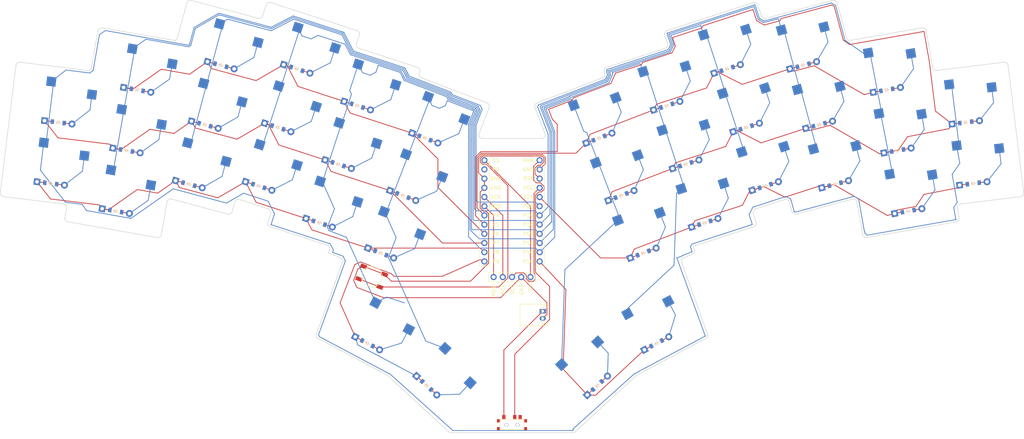
<source format=kicad_pcb>
(kicad_pcb (version 20240108) (generator "pcbnew") (generator_version "8.0")
  (title_block (title "Hepheaestes38") (date "2025-04-03") (rev "v1.0.0") (company "Unknown"))
  (layers (0 "F.Cu" signal) (31 "B.Cu" signal) (34 "B.Paste" user) (35 "F.Paste" user) (36 "B.SilkS" user "B.Silkscreen") (37 "F.SilkS" user "F.Silkscreen") (38 "B.Mask" user) (39 "F.Mask" user) (44 "Edge.Cuts" user))
  (net 0 "")
  (net 1 "P20")
  (net 2 "outer_bottom")
  (net 3 "outer_home")
  (net 4 "P19")
  (net 5 "pinky_bottom")
  (net 6 "pinky_home")
  (net 7 "pinky_top")
  (net 8 "P18")
  (net 9 "ring_bottom")
  (net 10 "ring_home")
  (net 11 "ring_top")
  (net 12 "P15")
  (net 13 "middle_bottom")
  (net 14 "middle_home")
  (net 15 "middle_top")
  (net 16 "P14")
  (net 17 "index_bottom")
  (net 18 "index_home")
  (net 19 "index_top")
  (net 20 "P16")
  (net 21 "inner_bottom")
  (net 22 "inner_home")
  (net 23 "inner_top")
  (net 24 "mirror_outer_bottom")
  (net 25 "mirror_outer_home")
  (net 26 "mirror_pinky_bottom")
  (net 27 "mirror_pinky_home")
  (net 28 "mirror_pinky_top")
  (net 29 "mirror_ring_bottom")
  (net 30 "mirror_ring_home")
  (net 31 "mirror_ring_top")
  (net 32 "mirror_middle_bottom")
  (net 33 "mirror_middle_home")
  (net 34 "mirror_middle_top")
  (net 35 "mirror_index_bottom")
  (net 36 "mirror_index_home")
  (net 37 "mirror_index_top")
  (net 38 "mirror_inner_bottom")
  (net 39 "mirror_inner_home")
  (net 40 "mirror_inner_top")
  (net 41 "tucky_thumbrow")
  (net 42 "reachy_thumbrow")
  (net 43 "mirror_tucky_thumbrow")
  (net 44 "mirror_reachy_thumbrow")
  (net 45 "P8")
  (net 46 "P7")
  (net 47 "P6")
  (net 48 "P21")
  (net 49 "P5")
  (net 50 "P4")
  (net 51 "P9")
  (net 52 "P10")
  (net 53 "GND")
  (net 54 "RST")
  (net 55 "pos")
  (net 56 "RAW")
  (net 57 "MOSI")
  (net 58 "SCK")
  (net 59 "VCC")
  (net 60 "CS")
  (net 61 "P0")
  (footprint "E73:SPDT_C128955" (layer "F.Cu") (at 175.124505 173.557013 180)
    (property "Reference" "T1" (hide yes))
    (property "Value" "" (hide yes))
  )
  (footprint "E73:SW_TACT_ALPS_SKQGABE010" (layer "F.Cu") (at 136.419244 132.659823 -21)
    (property "Reference" "B1" (hide yes))
    (property "Value" "" (hide yes))
  )
  (footprint "PG1350" (layer "F.Cu") (at 243.444031 102.865224 18)
    (property "Reference" "S26" (hide yes))
    (property "Value" "" (hide yes))
  )
  (footprint "PG1350" (layer "F.Cu") (at 137.595665 146.645317 -28)
    (property "Reference" "S35" (hide yes))
    (property "Value" "" (hide yes))
  )
  (footprint "ComboDiode" (layer "F.Cu") (at 65.832727 114.554951 -10)
    (property "Reference" "D3" (hide yes))
    (property "Value" "" (hide yes))
  )
  (footprint "ComboDiode" (layer "F.Cu") (at 138.928352 126.123379 -21)
    (property "Reference" "D15" (hide yes))
    (property "Value" "" (hide yes))
  )
  (footprint "PG1350" (layer "F.Cu") (at 66.700948 109.630919 -10)
    (property "Reference" "S3" (hide yes))
    (property "Value" "" (hide yes))
  )
  (footprint "JST_PH_S2B-PH-K_02x2.00mm_Angled" (layer "F.Cu") (at 183.596263 143.192621 -90)
    (property "Reference" "JST1" (hide yes))
    (property "Value" "" (hide yes))
  )
  (footprint "ComboDiode" (layer "F.Cu") (at 85.993598 107.123943 -15)
    (property "Reference" "D6" (hide yes))
    (property "Value" "" (hide yes))
  )
  (footprint "PG1350" (layer "F.Cu") (at 277.644007 76.147459 10)
    (property "Reference" "S22" (hide yes))
    (property "Value" "" (hide yes))
  )
  (footprint "PG1350" (layer "F.Cu") (at 50.57246 85.082364 -7)
    (property "Reference" "S2" (hide yes))
    (property "Value" "" (hide yes))
  )
  (footprint "PG1350" (layer "F.Cu") (at 154.996211 159.056982 -43)
    (property "Reference" "S36" (hide yes))
    (property "Value" "" (hide yes))
  )
  (footprint "PG1350" (layer "F.Cu") (at 69.652966 92.889183 -10)
    (property "Reference" "S4" (hide yes))
    (property "Value" "" (hide yes))
  )
  (footprint "ComboDiode" (layer "F.Cu") (at 127.192656 101.6036 -18)
    (property "Reference" "D13" (hide yes))
    (property "Value" "" (hide yes))
  )
  (footprint "PG1350" (layer "F.Cu") (at 117.311562 70.529287 -18)
    (property "Reference" "S11" (hide yes))
    (property "Value" "" (hide yes))
  )
  (footprint "ComboDiode" (layer "F.Cu") (at 239.735817 91.452529 18)
    (property "Reference" "D27" (hide yes))
    (property "Value" "" (hide yes))
  )
  (footprint "ComboDiode" (layer "F.Cu") (at 71.736745 81.071503 -10)
    (property "Reference" "D5" (hide yes))
    (property "Value" "" (hide yes))
  )
  (footprint "PG1350" (layer "F.Cu") (at 283.548045 109.630927 10)
    (property "Reference" "S20" (hide yes))
    (property "Value" "" (hide yes))
  )
  (footprint "ComboDiode" (layer "F.Cu") (at 211.320635 126.123348 21)
    (property "Reference" "D32" (hide yes))
    (property "Value" "" (hide yes))
  )
  (footprint "ComboDiode" (layer "F.Cu") (at 151.58621 162.713776 -43)
    (property "Reference" "D36" (hide yes))
    (property "Value" "" (hide yes))
  )
  (footprint "ComboDiode" (layer "F.Cu") (at 215.000658 151.060035 28)
    (property "Reference" "D37" (hide yes))
    (property "Value" "" (hide yes))
  )
  (footprint "PG1350" (layer "F.Cu") (at 123.484451 113.016288 -18)
    (property "Reference" "S12" (hide yes))
    (property "Value" "" (hide yes))
  )
  (footprint "ComboDiode" (layer "F.Cu") (at 234.482516 75.284572 18)
    (property "Reference" "D28" (hide yes))
    (property "Value" "" (hide yes))
  )
  (footprint "ComboDiode" (layer "F.Cu") (at 217.80302 85.435638 18)
    (property "Reference" "D31" (hide yes))
    (property "Value" "" (hide yes))
  )
  (footprint "ComboDiode" (layer "F.Cu") (at 198.662745 162.713764 43)
    (property "Reference" "D38" (hide yes))
    (property "Value" "" (hide yes))
  )
  (footprint "ceoloide:mcu_nice_nano" (layer "F.Cu") (at 175.1245 113.204568)
    (property "Reference" "MCU1" (hide yes))
    (property "Value" "")
  )
  (footprint "PG1350" (layer "F.Cu") (at 195.252765 159.056976 43)
    (property "Reference" "S38" (hide yes))
    (property "Value" "" (hide yes))
  )
  (footprint "ComboDiode" (layer "F.Cu") (at 284.416277 114.554973 10)
    (property "Reference" "D20" (hide yes))
    (property "Value" "" (hide yes))
  )
  (footprint "PG1350" (layer "F.Cu") (at 262.96129 102.294313 15)
    (property "Reference" "S23" (hide yes))
    (property "Value" "" (hide yes))
  )
  (footprint "ComboDiode" (layer "F.Cu") (at 264.255393 107.123931 15)
    (property "Reference" "D23" (hide yes))
    (property "Value" "" (hide yes))
  )
  (footprint "ComboDiode" (layer "F.Cu") (at 115.766448 75.284574 -18)
    (property "Reference" "D11" (hide yes))
    (property "Value" "" (hide yes))
  )
  (footprint "ComboDiode" (layer "F.Cu") (at 47.891321 106.918384 -7)
    (property "Reference" "D1" (hide yes))
    (property "Value" "" (hide yes))
  )
  (footprint "PG1350" (layer "F.Cu") (at 232.937425 70.52927 18)
    (property "Reference" "S28" (hide yes))
    (property "Value" "" (hide yes))
  )
  (footprint "PG1350" (layer "F.Cu") (at 146.812458 105.584592 -21)
    (property "Reference" "S16" (hide yes))
    (property "Value" "" (hide yes))
  )
  (footprint "ComboDiode" (layer "F.Cu") (at 259.855479 90.70321 15)
    (property "Reference" "D24" (hide yes))
    (property "Value" "" (hide yes))
  )
  (footprint "ceoloide:display_nice_view" (layer "F.Cu") (at 175.124485 116.062092)
    (property "Reference" "DISP1" (hide yes))
    (property "Value" "")
  )
  (footprint "PG1350" (layer "F.Cu") (at 216.257937 80.680363 18)
    (property "Reference" "S31" (hide yes))
    (property "Value" "" (hide yes))
  )
  (footprint "PG1350" (layer "F.Cu") (at 203.436517 105.584614 21)
    (property "Reference" "S33" (hide yes))
    (property "Value" "" (hide yes))
  )
  (footprint "PG1350" (layer "F.Cu") (at 221.51123 96.84833 18)
    (property "Reference" "S30" (hide yes))
    (property "Value" "" (hide yes))
  )
  (footprint "ComboDiode" (layer "F.Cu") (at 223.056308 101.603613 18)
    (property "Reference" "D30" (hide yes))
    (property "Value" "" (hide yes))
  )
  (footprint "ComboDiode" (layer "F.Cu") (at 281.464263 97.813249 10)
    (property "Reference" "D21" (hide yes))
    (property "Value" "" (hide yes))
  )
  (footprint "ComboDiode" (layer "F.Cu") (at 278.512263 81.071496 10)
    (property "Reference" "D22" (hide yes))
    (property "Value" "" (hide yes))
  )
  (footprint "ComboDiode" (layer "F.Cu") (at 199.136127 94.381637 21)
    (property "Reference" "D34" (hide yes))
    (property "Value" "" (hide yes))
  )
  (footprint "ComboDiode" (layer "F.Cu") (at 300.285874 90.0451 7)
    (property "Reference" "D19" (hide yes))
    (property "Value" "" (hide yes))
  )
  (footprint "PG1350" (layer "F.Cu") (at 72.604981 76.147463 -10)
    (property "Reference" "S5" (hide yes))
    (property "Value" "" (hide yes))
  )
  (footprint "ComboDiode" (layer "F.Cu") (at 255.455565 74.282448 15)
    (property "Reference" "D25" (hide yes))
    (property "Value" "" (hide yes))
  )
  (footprint "ComboDiode" (layer "F.Cu") (at 105.259895 107.620504 -18)
    (property "Reference" "D9" (hide yes))
    (property "Value" "" (hide yes))
  )
  (footprint "PG1350" (layer "F.Cu") (at 96.08753 69.452819 -15)
    (property "Reference" "S8" (hide yes))
    (property "Value" "" (hide yes))
  )
  (footprint "ComboDiode" (layer "F.Cu") (at 90.393514 90.703219 -15)
    (property "Reference" "D7" (hide yes))
    (property "Value" "" (hide yes))
  )
  (footprint "ComboDiode" (layer "F.Cu") (at 132.44595 85.435647 -18)
    (property "Reference" "D14" (hide yes))
    (property "Value" "" (hide yes))
  )
  (footprint "PG1350" (layer "F.Cu") (at 280.596033 92.889205 10)
    (property "Reference" "S21" (hide yes))
    (property "Value" "" (hide yes))
  )
  (footprint "PG1350" (layer "F.Cu") (at 106.804961 102.865208 -18)
    (property "Reference" "S9" (hide yes))
    (property "Value" "" (hide yes))
  )
  (footprint "ComboDiode" (layer "F.Cu") (at 151.112846 94.381635 -21)
    (property "Reference" "D17" (hide yes))
    (property "Value" "" (hide yes))
  )
  (footprint "ComboDiode" (layer "F.Cu") (at 68.784719 97.813247 -10)
    (property "Reference" "D4" (hide yes))
    (property "Value" "" (hide yes))
  )
  (footprint "PG1350" (layer "F.Cu") (at 209.528807 121.455455 21)
    (property "Reference" "S32" (hide yes))
    (property "Value" "" (hide yes))
  )
  (footprint "PG1350" (layer "F.Cu") (at 133.991036 80.680374 -18)
    (property "Reference" "S14" (hide yes))
    (property "Value" "" (hide yes))
  )
  (footprint "PG1350" (layer "F.Cu") (at 112.05825 86.697249 -18)
    (property "Reference" "S10" (hide yes))
    (property "Value" "" (hide yes))
  )
  (footprint "PG1350" (layer "F.Cu") (at 48.500643 101.955665 -7)
    (property "Reference" "S1" (hide yes))
    (property "Value" "" (hide yes))
  )
  (footprint "ComboDiode" (layer "F.Cu") (at 121.939369 117.771575 -18)
    (property "Reference" "D12" (hide yes))
    (property "Value" "" (hide yes))
  )
  (footprint "ComboDiode" (layer "F.Cu") (at 145.020593 110.252514 -21)
    (property "Reference" "D16" (hide yes))
    (property "Value" "" (hide yes))
  )
  (footprint "PG1350" (layer "F.Cu") (at 258.56137 85.873597 15)
    (property "Reference" "S24" (hide yes))
    (property "Value" "" (hide yes))
  )
  (footprint "ComboDiode" (layer "F.Cu") (at 228.309614 117.771569 18)
    (property "Reference" "D29" (hide yes))
    (property "Value" "" (hide yes))
  )
  (footprint "PG1350" (layer "F.Cu") (at 301.748324 101.955626 7)
    (property "Reference" "S18" (hide yes))
    (property "Value" "" (hide yes))
  )
  (footprint "ComboDiode" (layer "F.Cu") (at 135.248312 151.060055 -28)
    (property "Reference" "D35" (hide yes))
    (property "Value" "" (hide yes))
  )
  (footprint "ComboDiode" (layer "F.Cu") (at 205.228359 110.252494 21)
    (property "Reference" "D33" (hide yes))
    (property "Value" "" (hide yes))
  )
  (footprint "PG1350" (layer "F.Cu") (at 254.161446 69.452837 15)
    (property "Reference" "S25" (hide yes))
    (property "Value" "" (hide yes))
  )
  (footprint "PG1350" (layer "F.Cu") (at 212.653307 146.645303 28)
    (property "Reference" "S37" (hide yes))
    (property "Value" "" (hide yes))
  )
  (footprint "PG1350" (layer "F.Cu") (at 91.68762 85.873562 -15)
    (property "Reference" "S7" (hide yes))
    (property "Value" "" (hide yes))
  )
  (footprint "PG1350" (layer "F.Cu") (at 226.764507 113.01631 18)
    (property "Reference" "S29" (hide yes))
    (property "Value" "" (hide yes))
  )
  (footprint "ComboDiode" (layer "F.Cu") (at 110.513172 91.452526 -18)
    (property "Reference" "D10" (hide yes))
    (property "Value" "" (hide yes))
  )
  (footprint "PG1350" (layer "F.Cu") (at 238.190746 86.697237 18)
    (property "Reference" "S27" (hide yes))
    (property "Value" "" (hide yes))
  )
  (footprint "PG1350" (layer "F.Cu") (at 197.344276 89.713724 21)
    (property "Reference" "S34" (hide yes))
    (property "Value" "" (hide yes))
  )
  (footprint "ComboDiode" (layer "F.Cu") (at 49.963095 90.045085 -7)
    (property "Reference" "D2" (hide yes))
    (property "Value" "" (hide yes))
  )
  (footprint "ComboDiode" (layer "F.Cu") (at 94.793445 74.282484 -15)
    (property "Reference" "D8" (hide yes))
    (property "Value" "" (hide yes))
  )
  (footprint "ComboDiode" (layer "F.Cu") (at 244.989106 107.620498 18)
    (property "Reference" "D26" (hide yes))
    (property "Value" "" (hide yes))
  )
  (footprint "PG1350" (layer "F.Cu") (at 152.904695 89.71373 -21)
    (property "Reference" "S17" (hide yes))
    (property "Value" "" (hide yes))
  )
  (footprint "PG1350" (layer "F.Cu") (at 140.720208 121.455458 -21)
    (property "Reference" "S15" (hide yes))
    (property "Value" "" (hide yes))
  )
  (footprint "ComboDiode" (layer "F.Cu") (at 302.357673 106.918377 7)
    (property "Reference" "D18" (hide yes))
    (property "Value" "" (hide yes))
  )
  (footprint "PG1350" (layer "F.Cu") (at 128.73774 96.848309 -18)
    (property "Reference" "S13" (hide yes))
    (property "Value" "" (hide yes))
  )
  (footprint "PG1350" (layer "F.Cu") (at 299.676559 85.082358 7)
    (property "Reference" "S19" (hide yes))
    (property "Value" "" (hide yes))
  )
  (footprint "PG1350" (layer "F.Cu") (at 87.2877 102.294296 -15)
    (property "Reference" "S6" (hide yes))
    (property "Value" "" (hide yes))
  )
  (gr_line (start 311.954736 74.305715) (end 316.268896 109.441833) (stroke (width 0.15)) (layer "Edge.Cuts"))
  (gr_arc (start 60.907644 64.742952) (mid 61.318874 64.097483) (end 62.066083 63.931823) (stroke (width 0.15)) (layer "Edge.Cuts"))
  (gr_line (start 121.652493 149.720399) (end 140.639518 159.815954) (stroke (width 0.15)) (layer "Edge.Cuts"))
  (gr_arc (start 98.650664 112.047107) (mid 99.139445 111.427167) (end 99.925601 111.354881) (stroke (width 0.15)) (layer "Edge.Cuts"))
  (gr_arc (start 150.141677 77.727429) (mid 149.597449 77.22435) (end 149.548989 76.484828) (stroke (width 0.15)) (layer "Edge.Cuts"))
  (gr_line (start 242.446739 117.594281) (end 241.67419 115.216644) (stroke (width 0.15)) (layer "Edge.Cuts"))
  (gr_line (start 132.351728 64.691223) (end 108.575301 56.965799) (stroke (width 0.15)) (layer "Edge.Cuts"))
  (gr_arc (start 132.351728 64.691223) (mid 132.933707 65.188296) (end 132.993773 65.951282) (stroke (width 0.15)) (layer "Edge.Cuts"))
  (gr_arc (start 297.983436 113.75478) (mid 298.164402 112.986298) (end 298.846391 112.588581) (stroke (width 0.15)) (layer "Edge.Cuts"))
  (gr_line (start 217.255212 65.951268) (end 218.027775 68.32893) (stroke (width 0.15)) (layer "Edge.Cuts"))
  (gr_line (start 310.840298 73.435042) (end 292.239003 75.718988) (stroke (width 0.15)) (layer "Edge.Cuts"))
  (gr_arc (start 268.531818 67.396819) (mid 267.820883 67.255397) (end 267.39223 66.670843) (stroke (width 0.15)) (layer "Edge.Cuts"))
  (gr_arc (start 292.239003 75.718988) (mid 291.522328 75.530258) (end 291.132312 74.900081) (stroke (width 0.15)) (layer "Edge.Cuts"))
  (gr_line (start 52.619622 117.505353) (end 77.23984 121.846568) (stroke (width 0.15)) (layer "Edge.Cuts"))
  (gr_arc (start 217.255212 65.951268) (mid 217.315269 65.18829) (end 217.897248 64.691219) (stroke (width 0.15)) (layer "Edge.Cuts"))
  (gr_arc (start 38.294265 74.305706) (mid 38.671157 73.639563) (end 39.408678 73.435005) (stroke (width 0.15)) (layer "Edge.Cuts"))
  (gr_line (start 107.315248 57.607834) (end 106.325135 60.655055) (stroke (width 0.15)) (layer "Edge.Cuts"))
  (gr_line (start 298.44051 116.346914) (end 297.983436 113.75478) (stroke (width 0.15)) (layer "Edge.Cuts"))
  (gr_arc (start 241.67419 115.216644) (mid 241.734245 114.45365) (end 242.316229 113.956584) (stroke (width 0.15)) (layer "Edge.Cuts"))
  (gr_arc (start 181.443947 85.962742) (mid 181.463981 85.197649) (end 182.019156 84.670804) (stroke (width 0.15)) (layer "Edge.Cuts"))
  (gr_arc (start 82.856744 66.670821) (mid 82.428109 67.255393) (end 81.717156 67.396842) (stroke (width 0.15)) (layer "Edge.Cuts"))
  (gr_line (start 241.673657 56.965808) (end 217.897248 64.691219) (stroke (width 0.15)) (layer "Edge.Cuts"))
  (gr_arc (start 310.840298 73.435042) (mid 311.577814 73.639595) (end 311.954736 74.305715) (stroke (width 0.15)) (layer "Edge.Cuts"))
  (gr_line (start 225.429085 125.20643) (end 225.077129 124.289447) (stroke (width 0.15)) (layer "Edge.Cuts"))
  (gr_line (start 181.443947 85.962742) (end 184.190077 93.116646) (stroke (width 0.15)) (layer "Edge.Cuts"))
  (gr_arc (start 245.133718 61.311972) (mid 244.397726 61.224873) (end 243.923839 60.655072) (stroke (width 0.15)) (layer "Edge.Cuts"))
  (gr_arc (start 34.850754 110.556259) (mid 34.184671 110.179355) (end 33.980097 109.441864) (stroke (width 0.15)) (layer "Edge.Cuts"))
  (gr_arc (start 225.429085 125.20643) (mid 225.409016 125.971497) (end 224.853901 126.498386) (stroke (width 0.15)) (layer "Edge.Cuts"))
  (gr_line (start 149.548989 76.484828) (end 149.673252 76.102384) (stroke (width 0.15)) (layer "Edge.Cuts"))
  (gr_arc (start 184.190077 93.116646) (mid 184.080625 94.041424) (end 183.256491 94.474976) (stroke (width 0.15)) (layer "Edge.Cuts"))
  (gr_line (start 166.058932 93.116638) (end 168.80501 85.962779) (stroke (width 0.15)) (layer "Edge.Cuts"))
  (gr_line (start 288.182865 63.931805) (end 268.531818 67.396819) (stroke (width 0.15)) (layer "Edge.Cuts"))
  (gr_line (start 108.444303 118.854346) (end 124.169668 123.963823) (stroke (width 0.15)) (layer "Edge.Cuts"))
  (gr_line (start 78.398285 121.035394) (end 79.987312 112.023512) (stroke (width 0.15)) (layer "Edge.Cuts"))
  (gr_arc (start 140.639518 159.815954) (mid 140.748794 159.883389) (end 140.848523 159.964276) (stroke (width 0.15)) (layer "Edge.Cuts"))
  (gr_line (start 33.980097 109.441864) (end 38.294265 74.305706) (stroke (width 0.15)) (layer "Edge.Cuts"))
  (gr_line (start 242.316229 113.956584) (end 250.323373 111.354892) (stroke (width 0.15)) (layer "Edge.Cuts"))
  (gr_line (start 124.461514 126.140005) (end 127.747911 127.401554) (stroke (width 0.15)) (layer "Edge.Cuts"))
  (gr_line (start 85.428674 57.072291) (end 82.856744 66.670821) (stroke (width 0.15)) (layer "Edge.Cuts"))
  (gr_line (start 221.91874 128.674355) (end 229.067683 148.498227) (stroke (width 0.15)) (layer "Edge.Cuts"))
  (gr_line (start 121.181287 148.498208) (end 128.330248 128.674362) (stroke (width 0.15)) (layer "Edge.Cuts"))
  (gr_line (start 267.39223 66.670843) (end 264.820296 57.072254) (stroke (width 0.15)) (layer "Edge.Cuts"))
  (gr_arc (start 221.91874 128.674355) (mid 221.950103 127.919078) (end 222.501057 127.401553) (stroke (width 0.15)) (layer "Edge.Cuts"))
  (gr_arc (start 242.446739 117.594281) (mid 242.386649 118.357255) (end 241.804695 118.854367) (stroke (width 0.15)) (layer "Edge.Cuts"))
  (gr_arc (start 108.444303 118.854346) (mid 107.862254 118.357303) (end 107.802232 117.594253) (stroke (width 0.15)) (layer "Edge.Cuts"))
  (gr_arc (start 59.116672 74.900076) (mid 58.726692 75.53028) (end 58.009978 75.71896) (stroke (width 0.15)) (layer "Edge.Cuts"))
  (gr_line (start 270.261662 112.0235) (end 271.85071 121.035384) (stroke (width 0.15)) (layer "Edge.Cuts"))
  (gr_arc (start 78.398285 121.035394) (mid 77.987081 121.680912) (end 77.23984 121.846568) (stroke (width 0.15)) (layer "Edge.Cuts"))
  (gr_line (start 191.944761 175.723773) (end 158.304216 175.723781) (stroke (width 0.15)) (layer "Edge.Cuts"))
  (gr_arc (start 121.652493 149.720399) (mid 121.188919 149.1972) (end 121.181287 148.498208) (stroke (width 0.15)) (layer "Edge.Cuts"))
  (gr_line (start 243.923839 60.655072) (end 242.933719 57.607847) (stroke (width 0.15)) (layer "Edge.Cuts"))
  (gr_line (start 60.907644 64.742952) (end 59.116672 74.900076) (stroke (width 0.15)) (layer "Edge.Cuts"))
  (gr_arc (start 250.323373 111.354892) (mid 251.109504 111.427161) (end 251.598301 112.04712) (stroke (width 0.15)) (layer "Edge.Cuts"))
  (gr_arc (start 253.527167 115.382024) (mid 252.768342 115.282124) (end 252.302434 114.674902) (stroke (width 0.15)) (layer "Edge.Cuts"))
  (gr_line (start 124.794201 125.273269) (end 124.461514 126.140005) (stroke (width 0.15)) (layer "Edge.Cuts"))
  (gr_arc (start 218.027775 68.32893) (mid 217.967721 69.091941) (end 217.385722 69.589002) (stroke (width 0.15)) (layer "Edge.Cuts"))
  (gr_line (start 253.527167 115.382024) (end 269.018019 111.23124) (stroke (width 0.15)) (layer "Edge.Cuts"))
  (gr_arc (start 149.031207 74.842323) (mid 149.613185 75.339389) (end 149.673252 76.102384) (stroke (width 0.15)) (layer "Edge.Cuts"))
  (gr_line (start 273.009148 121.846543) (end 297.629349 117.505356) (stroke (width 0.15)) (layer "Edge.Cuts"))
  (gr_arc (start 263.59555 56.365152) (mid 264.354382 56.465024) (end 264.820296 57.072254) (stroke (width 0.15)) (layer "Edge.Cuts"))
  (gr_line (start 52.265527 113.754784) (end 51.808475 116.346898) (stroke (width 0.15)) (layer "Edge.Cuts"))
  (gr_line (start 132.221227 68.328941) (end 132.993773 65.951282) (stroke (width 0.15)) (layer "Edge.Cuts"))
  (gr_line (start 58.009978 75.71896) (end 39.408678 73.435005) (stroke (width 0.15)) (layer "Edge.Cuts"))
  (gr_arc (start 168.229797 84.670815) (mid 168.784993 85.197664) (end 168.80501 85.962779) (stroke (width 0.15)) (layer "Edge.Cuts"))
  (gr_line (start 149.031207 74.842323) (end 132.863247 69.589023) (stroke (width 0.15)) (layer "Edge.Cuts"))
  (gr_arc (start 79.987312 112.023512) (mid 80.434794 111.353713) (end 81.230945 111.231251) (stroke (width 0.15)) (layer "Edge.Cuts"))
  (gr_arc (start 51.402604 112.588547) (mid 52.084634 112.986275) (end 52.265527 113.754784) (stroke (width 0.15)) (layer "Edge.Cuts"))
  (gr_arc (start 316.268896 109.441833) (mid 316.064375 110.179382) (end 315.398213 110.556259) (stroke (width 0.15)) (layer "Edge.Cuts"))
  (gr_arc (start 209.400473 159.964263) (mid 209.500193 159.883397) (end 209.609448 159.815967) (stroke (width 0.15)) (layer "Edge.Cuts"))
  (gr_arc (start 298.44051 116.346914) (mid 298.274828 117.094108) (end 297.629349 117.505356) (stroke (width 0.15)) (layer "Edge.Cuts"))
  (gr_line (start 263.59555 56.365152) (end 245.133718 61.311972) (stroke (width 0.15)) (layer "Edge.Cuts"))
  (gr_arc (start 132.863247 69.589023) (mid 132.281245 69.091945) (end 132.221227 68.328941) (stroke (width 0.15)) (layer "Edge.Cuts"))
  (gr_arc (start 192.623212 175.458416) (mid 192.309004 175.655045) (end 191.944761 175.723773) (stroke (width 0.15)) (layer "Edge.Cuts"))
  (gr_line (start 81.230945 111.231251) (end 96.721817 115.382) (stroke (width 0.15)) (layer "Edge.Cuts"))
  (gr_line (start 200.107297 77.727433) (end 182.019156 84.670804) (stroke (width 0.15)) (layer "Edge.Cuts"))
  (gr_line (start 168.229797 84.670815) (end 150.141677 77.727429) (stroke (width 0.15)) (layer "Edge.Cuts"))
  (gr_line (start 298.846391 112.588581) (end 315.398213 110.556259) (stroke (width 0.15)) (layer "Edge.Cuts"))
  (gr_line (start 166.992485 94.474994) (end 183.256491 94.474976) (stroke (width 0.15)) (layer "Edge.Cuts"))
  (gr_line (start 217.385722 69.589002) (end 201.217768 74.842286) (stroke (width 0.15)) (layer "Edge.Cuts"))
  (gr_line (start 200.575727 76.102381) (end 200.69998 76.484811) (stroke (width 0.15)) (layer "Edge.Cuts"))
  (gr_line (start 209.609448 159.815967) (end 228.59649 149.720405) (stroke (width 0.15)) (layer "Edge.Cuts"))
  (gr_arc (start 97.946551 114.674874) (mid 97.48064 115.28212) (end 96.721817 115.382) (stroke (width 0.15)) (layer "Edge.Cuts"))
  (gr_line (start 225.077129 124.289447) (end 241.804695 118.854367) (stroke (width 0.15)) (layer "Edge.Cuts"))
  (gr_arc (start 107.932742 113.956536) (mid 108.514787 114.4536) (end 108.574783 115.216642) (stroke (width 0.15)) (layer "Edge.Cuts"))
  (gr_line (start 291.132312 74.900081) (end 289.341337 64.742979) (stroke (width 0.15)) (layer "Edge.Cuts"))
  (gr_arc (start 127.747911 127.401554) (mid 128.298897 127.919086) (end 128.330248 128.674362) (stroke (width 0.15)) (layer "Edge.Cuts"))
  (gr_arc (start 241.673657 56.965808) (mid 242.436631 57.025902) (end 242.933719 57.607847) (stroke (width 0.15)) (layer "Edge.Cuts"))
  (gr_arc (start 288.182865 63.931805) (mid 288.930114 64.097432) (end 289.341337 64.742979) (stroke (width 0.15)) (layer "Edge.Cuts"))
  (gr_line (start 222.501057 127.401553) (end 224.853901 126.498386) (stroke (width 0.15)) (layer "Edge.Cuts"))
  (gr_arc (start 200.575727 76.102381) (mid 200.635766 75.339364) (end 201.217768 74.842286) (stroke (width 0.15)) (layer "Edge.Cuts"))
  (gr_arc (start 106.325135 60.655055) (mid 105.851256 61.224912) (end 105.115254 61.311994) (stroke (width 0.15)) (layer "Edge.Cuts"))
  (gr_line (start 157.625769 175.45844) (end 140.848523 159.964276) (stroke (width 0.15)) (layer "Edge.Cuts"))
  (gr_arc (start 107.315248 57.607834) (mid 107.81231 57.02587) (end 108.575301 56.965799) (stroke (width 0.15)) (layer "Edge.Cuts"))
  (gr_line (start 97.946551 114.674874) (end 98.650664 112.047107) (stroke (width 0.15)) (layer "Edge.Cuts"))
  (gr_arc (start 124.169668 123.963823) (mid 124.763237 124.484384) (end 124.794201 125.273269) (stroke (width 0.15)) (layer "Edge.Cuts"))
  (gr_line (start 99.925601 111.354881) (end 107.932742 113.956536) (stroke (width 0.15)) (layer "Edge.Cuts"))
  (gr_arc (start 269.018019 111.23124) (mid 269.814127 111.353769) (end 270.261662 112.0235) (stroke (width 0.15)) (layer "Edge.Cuts"))
  (gr_arc (start 200.69998 76.484811) (mid 200.651519 77.224353) (end 200.107297 77.727433) (stroke (width 0.15)) (layer "Edge.Cuts"))
  (gr_arc (start 158.304216 175.723781) (mid 157.939972 175.655089) (end 157.625776 175.458442) (stroke (width 0.15)) (layer "Edge.Cuts"))
  (gr_line (start 108.574783 115.216642) (end 107.802232 117.594253) (stroke (width 0.15)) (layer "Edge.Cuts"))
  (gr_line (start 209.400473 159.964263) (end 192.623212 175.458416) (stroke (width 0.15)) (layer "Edge.Cuts"))
  (gr_line (start 251.598301 112.04712) (end 252.302434 114.674902) (stroke (width 0.15)) (layer "Edge.Cuts"))
  (gr_arc (start 85.428674 57.072291) (mid 85.894575 56.465039) (end 86.653408 56.365171) (stroke (width 0.15)) (layer "Edge.Cuts"))
  (gr_arc (start 52.619622 117.505353) (mid 51.974146 117.094114) (end 51.808475 116.346898) (stroke (width 0.15)) (layer "Edge.Cuts"))
  (gr_line (start 34.850754 110.556259) (end 51.402604 112.588547) (stroke (width 0.15)) (layer "Edge.Cuts"))
  (gr_line (start 81.717156 67.396842) (end 62.066083 63.931823) (stroke (width 0.15)) (layer "Edge.Cuts"))
  (gr_line (start 105.115254 61.311994) (end 86.653408 56.365171) (stroke (width 0.15)) (layer "Edge.Cuts"))
  (gr_arc (start 166.992485 94.474994) (mid 166.168341 94.041432) (end 166.058932 93.116638) (stroke (width 0.15)) (layer "Edge.Cuts"))
  (gr_arc (start 229.067683 148.498227) (mid 229.060023 149.197189) (end 228.59649 149.720405) (stroke (width 0.15)) (layer "Edge.Cuts"))
  (gr_arc (start 273.009148 121.846543) (mid 272.261957 121.680875) (end 271.85071 121.035384) (stroke (width 0.15)) (layer "Edge.Cuts"))
  (segment (start 296.961959 113.5391) (end 297.903503 112.194428) (width 0.2) (layer "B.Cu") (net 1))
  (segment (start 145.577552 74.98188) (end 146.298186 76.396192) (width 0.2) (layer "B.Cu") (net 1))
  (segment (start 272.500706 120.735325) (end 273.149724 121.189769) (width 0.2) (layer "B.Cu") (net 1))
  (segment (start 127.94625 64.942109) (end 128.674312 65.178682) (width 0.2) (layer "B.Cu") (net 1))
  (segment (start 113.710889 61.204518) (end 114.774766 60.662458) (width 0.2) (layer "B.Cu") (net 1))
  (segment (start 107.841995 111.805542) (end 109.623589 115.302135) (width 0.2) (layer "B.Cu") (net 1))
  (segment (start 222.193872 126.769327) (end 224.79393 125.822986) (width 0.2) (layer "B.Cu") (net 1))
  (segment (start 252.068345 111.594309) (end 252.131238 111.630609) (width 0.2) (layer "B.Cu") (net 1))
  (segment (start 165.191004 90.871511) (end 165.190991 111.609276) (width 0.2) (layer "B.Cu") (net 1))
  (segment (start 130.819408 69.242452) (end 131.395961 70.374005) (width 0.2) (layer "B.Cu") (net 1))
  (segment (start 191.998495 174.6657) (end 208.864197 159.47975) (width 0.2) (layer "B.Cu") (net 1))
  (segment (start 228.435471 149.040215) (end 220.582211 127.463526) (width 0.2) (layer "B.Cu") (net 1))
  (segment (start 61.327599 65.845019) (end 62.963749 64.699376) (width 0.2) (layer "B.Cu") (net 1))
  (segment (start 269.500384 110.469303) (end 270.660018 111.138804) (width 0.2) (layer "B.Cu") (net 1))
  (segment (start 48.046968 78.777602) (end 48.616392 79.50644) (width 0.2) (layer "B.Cu") (net 1))
  (segment (start 121.975992 149.212877) (end 122.857457 149.681557) (width 0.2) (layer "B.Cu") (net 1))
  (segment (start 252.980484 114.685747) (end 253.038615 114.736723) (width 0.2) (layer "B.Cu") (net 1))
  (segment (start 96.356629 112.333259) (end 101.065706 109.614466) (width 0.2) (layer "B.Cu") (net 1))
  (segment (start 166.878971 86.474212) (end 165.191004 90.871511) (width 0.2) (layer "B.Cu") (net 1))
  (segment (start 268.628697 110.708272) (end 268.632654 110.701803) (width 0.2) (layer "B.Cu") (net 1))
  (segment (start 298.639181 101.363666) (end 297.77261 96.449111) (width 0.2) (layer "B.Cu") (net 1))
  (segment (start 296.429642 80.145233) (end 298.342034 95.72029) (width 0.2) (layer "B.Cu") (net 1))
  (segment (start 242.389967 113.193528) (end 250.647122 110.51062) (width 0.2) (layer "B.Cu") (net 1))
  (segment (start 270.660018 111.138804) (end 270.823165 111.747711) (width 0.2) (layer "B.Cu") (net 1))
  (segment (start 252.131238 111.630609) (end 252.933406 114.624392) (width 0.2) (layer "B.Cu") (net 1))
  (segment (start 273.149724 121.189769) (end 297.634026 116.872547) (width 0.2) (layer "B.Cu") (net 1))
  (segment (start 298.342034 95.72029) (end 297.77261 96.449105) (width 0.2) (layer "B.Cu") (net 1))
  (segment (start 45.975171 95.650904) (end 45.039827 103.268647) (width 0.2) (layer "B.Cu") (net 1))
  (segment (start 250.647122 110.51062) (end 251.928349 111.163436) (width 0.2) (layer "B.Cu") (net 1))
  (segment (start 240.516193 115.516821) (end 241.56308 113.462216) (width 0.2) (layer "B.Cu") (net 1))
  (segment (start 146.298186 76.396192) (end 146.322564 76.405555) (width 0.2) (layer "B.Cu") (net 1))
  (segment (start 241.402918 118.245832) (end 240.516193 115.516821) (width 0.2) (layer "B.Cu") (net 1))
  (segment (start 224.337739 124.418984) (end 224.72142 123.665965) (width 0.2) (layer "B.Cu") (net 1))
  (segment (start 222.133681 126.898432) (end 222.193872 126.769327) (width 0.2) (layer "B.Cu") (net 1))
  (segment (start 146.322564 76.405555) (end 146.327242 76.416049) (width 0.2) (layer "B.Cu") (net 1))
  (segment (start 253.255465 114.810366) (end 253.340106 114.804826) (width 0.2) (layer "B.Cu") (net 1))
  (segment (start 295.700844 79.575821) (end 296.429642 80.145233) (width 0.2) (layer "B.Cu") (net 1))
  (segment (start 128.536139 127.00435) (end 129.158947 128.339965) (width 0.2) (layer "B.Cu") (net 1))
  (segment (start 297.634026 116.872547) (end 297.555145 116.903214) (width 0.2) (layer "B.Cu") (net 1))
  (segment (start 210.08963 158.881116) (end 210.11265 158.805831) (width 0.2) (layer "B.Cu") (net 1))
  (segment (start 122.857457 149.681557) (end 141.140638 159.402871) (width 0.2) (layer "B.Cu") (net 1))
  (segment (start 48.616392 79.50644) (end 46.704011 95.081467) (width 0.2) (layer "B.Cu") (net 1))
  (segment (start 125.666364 125.959816) (end 128.536139 127.00435) (width 0.2) (layer "B.Cu") (net 1))
  (segment (start 86.239681 68.316469) (end 87.353655 64.159054) (width 0.2) (layer "B.Cu") (net 1))
  (segment (start 59.399114 75.845005) (end 59.587605 75.713027) (width 0.2) (layer "B.Cu") (net 1))
  (segment (start 46.704011 95.081467) (end 45.975183 95.650887) (width 0.2) (layer "B.Cu") (net 1))
  (segment (start 45.039827 103.268647) (end 51.954208 112.118625) (width 0.2) (layer "B.Cu") (net 1))
  (segment (start 125.855766 125.292332) (end 125.641953 125.950435) (width 0.2) (layer "B.Cu") (net 1))
  (segment (start 160.242936 175.123779) (end 191.163446 175.123783) (width 0.2) (layer "B.Cu") (net 1))
  (segment (start 253.038615 114.736723) (end 253.105597 114.775406) (width 0.2) (layer "B.Cu") (net 1))
  (segment (start 165.636292 112.054573) (end 181.594507 112.05457) (width 0.2) (layer "B.Cu") (net 1))
  (segment (start 146.327242 76.416049) (end 146.597471 77.023006) (width 0.2) (layer "B.Cu") (net 1))
  (segment (start 165.315817 84.96549) (end 166.390995 85.378216) (width 0.2) (layer "B.Cu") (net 1))
  (segment (start 270.823165 111.747711) (end 270.904313 112.149306) (width 0.2) (layer "B.Cu") (net 1))
  (segment (start 158.793638 175.123786) (end 160.242936 175.123779) (width 0.2) (layer "B.Cu") (net 1))
  (segment (start 141.140638 159.402871) (end 141.323201 159.393294) (width 0.2) (layer "B.Cu") (net 1))
  (segment (start 131.395961 70.374005) (end 145.577552 74.98188) (width 0.2) (layer "B.Cu") (net 1))
  (segment (start 253.105597 114.775406) (end 253.178805 114.80026) (width 0.2) (layer "B.Cu") (net 1))
  (segment (start 272.319834 120.177074) (end 272.413893 120.242932) (width 0.2) (layer "B.Cu") (net 1))
  (segment (start 101.065706 109.614466) (end 101.253385 109.664784) (width 0.2) (layer "B.Cu") (net 1))
  (segment (start 253.178805 114.80026) (end 253.255465 114.810366) (width 0.2) (layer "B.Cu") (net 1))
  (segment (start 222.132131 126.899396) (end 222.133681 126.898432) (width 0.2) (layer "B.Cu") (net 1))
  (segment (start 57.74527 114.400754) (end 70.020565 116.565209) (width 0.2) (layer "B.Cu") (net 1))
  (segment (start 297.555145 116.903214) (end 296.961959 113.5391) (width 0.2) (layer "B.Cu") (net 1))
  (segment (start 147.763927 77.671608) (end 158.304715 81.717842) (width 0.2) (layer "B.Cu") (net 1))
  (segment (start 108.660454 63.777833) (end 113.206999 61.46126) (width 0.2) (layer "B.Cu") (net 1))
  (segment (start 56.558153 112.705337) (end 57.74527 114.400754) (width 0.2) (layer "B.Cu") (net 1))
  (segment (start 146.70532 77.265255) (end 147.763927 77.671608) (width 0.2) (layer "B.Cu") (net 1))
  (segment (start 115.089912 60.764853) (end 127.94625 64.942109) (width 0.2) (layer "B.Cu") (net 1))
  (segment (start 268.632654 110.701803) (end 269.500384 110.469303) (width 0.2) (layer "B.Cu") (net 1))
  (segment (start 113.206999 61.46126) (end 113.710889 61.204518) (width 0.2) (layer "B.Cu") (net 1))
  (segment (start 56.539614 112.681668) (end 56.558153 112.705337) (width 0.2) (layer "B.Cu") (net 1))
  (segment (start 297.903503 112.194428) (end 296.525921 104.3817) (width 0.2) (layer "B.Cu") (net 1))
  (segment (start 253.340106 114.804826) (end 268.628697 110.708272) (width 0.2) (layer "B.Cu") (net 1))
  (segment (start 224.72142 123.665965) (end 241.402918 118.245832) (width 0.2) (layer "B.Cu") (net 1))
  (segment (start 61.117943 67.034038) (end 61.327599 65.845019) (width 0.2) (layer "B.Cu") (net 1))
  (segment (start 208.927425 159.499084) (end 210.08963 158.881116) (width 0.2) (layer "B.Cu") (net 1))
  (segment (start 73.668605 66.586918) (end 85.924079 68.747893) (width 0.2) (layer "B.Cu") (net 1))
  (segment (start 191.97479 175.11796) (end 191.998495 174.6657) (width 0.2) (layer "B.Cu") (net 1))
  (segment (start 70.020565 116.565209) (end 81.680516 108.400793) (width 0.2) (layer "B.Cu") (net 1))
  (segment (start 109.623589 115.302135) (end 108.653841 118.286698) (width 0.2) (layer "B.Cu") (net 1))
  (segment (start 62.963749 64.699376) (end 73.668604 66.586913) (width 0.2) (layer "B.Cu") (net 1))
  (segment (start 191.163446 175.123783) (end 191.71483 175.123791) (width 0.2) (layer "B.Cu") (net 1))
  (segment (start 121.786943 148.594427) (end 121.975992 149.212877) (width 0.2) (layer "B.Cu") (net 1))
  (segment (start 101.253385 109.664784) (end 107.841995 111.805542) (width 0.2) (layer "B.Cu") (net 1))
  (segment (start 158.304715 81.717842) (end 158.439503 82.020556) (width 0.2) (layer "B.Cu") (net 1))
  (segment (start 158.603477 82.388867) (end 165.315817 84.96549) (width 0.2) (layer "B.Cu") (net 1))
  (segment (start 59.587605 75.713027) (end 61.117943 67.034038) (width 0.2) (layer "B.Cu") (net 1))
  (segment (start 272.413893 120.242932) (end 272.500706 120.735325) (width 0.2) (layer "B.Cu") (net 1))
  (segment (start 224.79393 125.822986) (end 224.337739 124.418984) (width 0.2) (layer "B.Cu") (net 1))
  (segment (start 228.458733 149.051043) (end 228.435471 149.040215) (width 0.2) (layer "B.Cu") (net 1))
  (segment (start 251.928349 111.163436) (end 252.068345 111.594309) (width 0.2) (layer "B.Cu") (net 1))
  (segment (start 210.11265 158.805831) (end 228.458733 149.051043) (width 0.2) (layer "B.Cu") (net 1))
  (segment (start 87.353655 64.159054) (end 87.439418 63.838995) (width 0.2) (layer "B.Cu") (net 1))
  (segment (start 166.390995 85.378216) (end 166.878971 86.474212) (width 0.2) (layer "B.Cu") (net 1))
  (segment (start 241.56308 113.462216) (end 242.389967 113.193528) (width 0.2) (layer "B.Cu") (net 1))
  (segment (start 191.71483 175.123791) (end 191.97479 175.11796) (width 0.2) (layer "B.Cu") (net 1))
  (segment (start 128.763586 65.207677) (end 130.819408 69.242452) (width 0.2) (layer "B.Cu") (net 1))
  (segment (start 51.954208 112.118625) (end 56.539614 112.681668) (width 0.2) (layer "B.Cu") (net 1))
  (segment (start 125.641953 125.950435) (end 125.666364 125.959816) (width 0.2) (layer "B.Cu") (net 1))
  (segment (start 146.597471 77.023006) (end 146.70532 77.265255) (width 0.2) (layer "B.Cu") (net 1))
  (segment (start 58.679631 76.407128) (end 59.399114 75.845005) (width 0.2) (layer "B.Cu") (net 1))
  (segment (start 81.680516 108.400793) (end 96.356629 112.333259) (width 0.2) (layer "B.Cu") (net 1))
  (segment (start 252.933406 114.624392) (end 252.980484 114.685747) (width 0.2) (layer "B.Cu") (net 1))
  (segment (start 124.990918 123.594939) (end 125.855766 125.292332) (width 0.2) (layer "B.Cu") (net 1))
  (segment (start 85.924079 68.747893) (end 86.170278 68.575504) (width 0.2) (layer "B.Cu") (net 1))
  (segment (start 86.170278 68.575504) (end 86.239681 68.316469) (width 0.2) (layer "B.Cu") (net 1))
  (segment (start 108.653841 118.286698) (end 124.990918 123.594939) (width 0.2) (layer "B.Cu") (net 1))
  (segment (start 129.158947 128.339965) (end 121.786943 148.594427) (width 0.2) (layer "B.Cu") (net 1))
  (segment (start 94.238547 59.9135) (end 108.660454 63.777833) (width 0.2) (layer "B.Cu") (net 1))
  (segment (start 270.904313 112.149306) (end 272.319834 120.177074) (width 0.2) (layer "B.Cu") (net 1))
  (segment (start 141.323201 159.393294) (end 158.793638 175.123786) (width 0.2) (layer "B.Cu") (net 1))
  (segment (start 127.94625 64.942109) (end 128.763586 65.207677) (width 0.2) (layer "B.Cu") (net 1))
  (segment (start 52.113026 75.600854) (end 58.679631 76.407128) (width 0.2) (layer "B.Cu") (net 1))
  (segment (start 48.046991 78.777586) (end 52.113026 75.600854) (width 0.2) (layer "B.Cu") (net 1))
  (segment (start 158.439503 82.020556) (end 158.603477 82.388867) (width 0.2) (layer "B.Cu") (net 1))
  (segment (start 165.190991 111.609276) (end 165.636292 112.054573) (width 0.2) (layer "B.Cu") (net 1))
  (segment (start 296.525921 104.3817) (end 298.639181 101.363666) (width 0.2) (layer "B.Cu") (net 1))
  (segment (start 220.582211 127.463526) (end 222.132131 126.899396) (width 0.2) (layer "B.Cu") (net 1))
  (segment (start 208.864197 159.47975) (end 208.927425 159.499084) (width 0.2) (layer "B.Cu") (net 1))
  (segment (start 181.594507 112.05457) (end 182.744501 113.20456) (width 0.2) (layer "B.Cu") (net 1))
  (segment (start 87.439418 63.838995) (end 94.238547 59.9135) (width 0.2) (layer "B.Cu") (net 1))
  (segment (start 73.668604 66.586913) (end 73.668605 66.586918) (width 0.2) (layer "B.Cu") (net 1))
  (segment (start 114.774766 60.662458) (end 115.089912 60.764853) (width 0.2) (layer "B.Cu") (net 1))
  (segment (start 51.672901 107.382719) (end 49.529011 107.119471) (width 0.2) (layer "F.Cu") (net 2))
  (segment (start 57.170994 99.24207) (end 56.648758 103.495161) (width 0.2) (layer "B.Cu") (net 2))
  (segment (start 56.648758 103.495161) (end 51.672901 107.382719) (width 0.2) (layer "B.Cu") (net 2))
  (segment (start 53.74469 90.509427) (end 51.600786 90.246194) (width 0.2) (layer "F.Cu") (net 3))
  (segment (start 59.242788 82.368805) (end 58.720557 86.621854) (width 0.2) (layer "B.Cu") (net 3))
  (segment (start 58.720557 86.621854) (end 53.74469 90.509427) (width 0.2) (layer "B.Cu") (net 3))
  (segment (start 146.164647 77.03437) (end 146.164663 77.034333) (width 0.2) (layer "B.Cu") (net 4))
  (segment (start 67.46092 86.460876) (end 67.991425 87.218531) (width 0.2) (layer "B.Cu") (net 4))
  (segment (start 242.126417 57.54954) (end 217.874046 65.429635) (width 0.2) (layer "B.Cu") (net 4))
  (segment (start 108.70524 64.203948) (end 94.295051 60.342762) (width 0.2) (layer "B.Cu") (net 4))
  (segment (start 146.164663 77.034333) (end 146.029209 76.730094) (width 0.2) (layer "B.Cu") (net 4))
  (segment (start 165.825059 85.589429) (end 165.058559 85.295204) (width 0.2) (layer "B.Cu") (net 4))
  (segment (start 87.782906 64.102539) (end 86.518968 68.819648) (width 0.2) (layer "B.Cu") (net 4))
  (segment (start 146.407274 77.57929) (end 146.164647 77.03437) (width 0.2) (layer "B.Cu") (net 4))
  (segment (start 273.9464 71.234832) (end 276.9505 86.689608) (width 0.2) (layer "B.Cu") (net 4))
  (segment (start 201.139285 75.890671) (end 201.479023 76.936292) (width 0.2) (layer "B.Cu") (net 4))
  (segment (start 158.006686 82.031893) (end 146.407274 77.57929) (width 0.2) (layer "B.Cu") (net 4))
  (segment (start 218.900437 68.589033) (end 218.201349 69.961084) (width 0.2) (layer "B.Cu") (net 4))
  (segment (start 276.9505 86.689608) (end 276.337587 87.598286) (width 0.2) (layer "B.Cu") (net 4))
  (segment (start 201.039308 77.799286) (end 200.884005 78.148117) (width 0.2) (layer "B.Cu") (net 4))
  (segment (start 201.374851 75.428338) (end 201.139285 75.890671) (width 0.2) (layer "B.Cu") (net 4))
  (segment (start 185.085967 93.301057) (end 185.085973 113.403087) (width 0.2) (layer "B.Cu") (net 4))
  (segment (start 201.196984 77.489837) (end 201.039308 77.799286) (width 0.2) (layer "B.Cu") (net 4))
  (segment (start 165.890987 114.458244) (end 165.239973 114.45824) (width 0.2) (layer "B.Cu") (net 4))
  (segment (start 182.672197 85.138977) (end 182.413009 85.238476) (width 0.2) (layer "B.Cu") (net 4))
  (segment (start 165.058559 85.295204) (end 158.305444 82.702909) (width 0.2) (layer "B.Cu") (net 4))
  (segment (start 164.791001 90.797379) (end 166.343318 86.753458) (width 0.2) (layer "B.Cu") (net 4))
  (segment (start 264.376315 57.735224) (end 263.244572 57.081805) (width 0.2) (layer "B.Cu") (net 4))
  (segment (start 217.874046 65.429635) (end 217.87385 65.429532) (width 0.2) (layer "B.Cu") (net 4))
  (segment (start 128.298161 65.477037) (end 114.808734 61.094065) (width 0.2) (layer "B.Cu") (net 4))
  (segment (start 267.225922 67.558488) (end 266.968647 67.409957) (width 0.2) (layer "B.Cu") (net 4))
  (segment (start 217.87385 65.429532) (end 218.900437 68.589033) (width 0.2) (layer "B.Cu") (net 4))
  (segment (start 70.412947 69.719157) (end 70.943435 70.476797) (width 0.2) (layer "B.Cu") (net 4))
  (segment (start 218.201349 69.961084) (end 201.374851 75.428338) (width 0.2) (layer "B.Cu") (net 4))
  (segment (start 279.902518 103.431316) (end 279.289592 104.339991) (width 0.2) (layer "B.Cu") (net 4))
  (segment (start 158.305444 82.702909) (end 158.006686 82.031893) (width 0.2) (layer "B.Cu") (net 4))
  (segment (start 273.385556 70.856545) (end 273.9464 71.234832) (width 0.2) (layer "B.Cu") (net 4))
  (segment (start 263.244572 57.081805) (end 245.135234 61.934199) (width 0.2) (layer "B.Cu") (net 4))
  (segment (start 267.492402 67.771001) (end 267.343628 67.652364) (width 0.2) (layer "B.Cu") (net 4))
  (segment (start 146.016996 76.725421) (end 145.296342 75.311108) (width 0.2) (layer "B.Cu") (net 4))
  (segment (start 65.266553 102.672092) (end 64.508927 103.202619) (width 0.2) (layer "B.Cu") (net 4))
  (segment (start 244.642058 62.066328) (end 243.60551 61.467897) (width 0.2) (layer "B.Cu") (net 4))
  (segment (start 245.135234 61.934199) (end 244.642058 62.066328) (width 0.2) (layer "B.Cu") (net 4))
  (segment (start 145.296342 75.311108) (end 134.639638 71.848537) (width 0.2) (layer "B.Cu") (net 4))
  (segment (start 134.639638 71.848537) (end 131.114781 70.703233) (width 0.2) (layer "B.Cu") (net 4))
  (segment (start 243.358709 61.342151) (end 242.126417 57.54954) (width 0.2) (layer "B.Cu") (net 4))
  (segment (start 201.436108 76.952773) (end 201.196984 77.489837) (width 0.2) (layer "B.Cu") (net 4))
  (segment (start 67.991425 87.218531) (end 65.266553 102.672092) (width 0.2) (layer "B.Cu") (net 4))
  (segment (start 200.884005 78.148117) (end 200.410218 78.329986) (width 0.2) (layer "B.Cu") (net 4))
  (segment (start 201.479023 76.936292) (end 201.436108 76.952773) (width 0.2) (layer "B.Cu") (net 4))
  (segment (start 182.413009 85.238476) (end 182.186406 85.747419) (width 0.2) (layer "B.Cu") (net 4))
  (segment (start 267.343628 67.652364) (end 267.225922 67.558488) (width 0.2) (layer "B.Cu") (net 4))
  (segment (start 182.186406 85.747419) (end 185.085967 93.301057) (width 0.2) (layer "B.Cu") (net 4))
  (segment (start 182.744509 115.744586) (end 181.458171 114.458237) (width 0.2) (layer "B.Cu") (net 4))
  (segment (start 266.968647 67.409957) (end 264.376315 57.735224) (width 0.2) (layer "B.Cu") (net 4))
  (segment (start 70.943435 70.476797) (end 68.218559 85.930384) (width 0.2) (layer "B.Cu") (net 4))
  (segment (start 273.385553 70.856546) (end 272.198056 71.065936) (width 0.2) (layer "B.Cu") (net 4))
  (segment (start 185.085973 113.403087) (end 182.744502 115.744566) (width 0.2) (layer "B.Cu") (net 4))
  (segment (start 276.89841 87.976562) (end 279.902518 103.431316) (width 0.2) (layer "B.Cu") (net 4))
  (segment (start 272.198056 71.065936) (end 267.492402 67.771001) (width 0.2) (layer "B.Cu") (net 4))
  (segment (start 146.029209 76.730094) (end 146.016996 76.725421) (width 0.2) (layer "B.Cu") (net 4))
  (segment (start 86.481176 68.846128) (end 85.997935 69.184492) (width 0.2) (layer "B.Cu") (net 4))
  (segment (start 128.4824 65.5369) (end 128.298161 65.477037) (width 0.2) (layer "B.Cu") (net 4))
  (segment (start 94.295051 60.342762) (end 87.782906 64.102539) (width 0.2) (layer "B.Cu") (net 4))
  (segment (start 114.808734 61.094065) (end 108.70524 64.203948) (width 0.2) (layer "B.Cu") (net 4))
  (segment (start 85.997935 69.184492) (end 74.158056 67.096796) (width 0.2) (layer "B.Cu") (net 4))
  (segment (start 166.343318 86.753458) (end 165.825059 85.589429) (width 0.2) (layer "B.Cu") (net 4))
  (segment (start 165.239973 114.45824) (end 164.790991 114.00928) (width 0.2) (layer "B.Cu") (net 4))
  (segment (start 164.790991 114.00928) (end 164.791001 90.797379) (width 0.2) (layer "B.Cu") (net 4))
  (segment (start 86.518968 68.819648) (end 86.481176 68.846128) (width 0.2) (layer "B.Cu") (net 4))
  (segment (start 200.410218 78.329986) (end 182.672197 85.138977) (width 0.2) (layer "B.Cu") (net 4))
  (segment (start 276.337587 87.598286) (end 276.89841 87.976562) (width 0.2) (layer "B.Cu") (net 4))
  (segment (start 181.458171 114.458237) (end 165.890987 114.458244) (width 0.2) (layer "B.Cu") (net 4))
  (segment (start 74.158056 67.096796) (end 70.412936 69.719152) (width 0.2) (layer "B.Cu") (net 4))
  (segment (start 243.60551 61.467897) (end 243.358709 61.342151) (width 0.2) (layer "B.Cu") (net 4))
  (segment (start 131.114781 70.703233) (end 128.4824 65.5369) (width 0.2) (layer "B.Cu") (net 4))
  (segment (start 68.218559 85.930384) (end 67.46092 86.460876) (width 0.2) (layer "B.Cu") (net 4))
  (segment (start 67.457647 114.841483) (end 67.457652 114.84147) (width 0.2) (layer "F.Cu") (net 5))
  (segment (start 69.584836 115.216561) (end 67.457647 114.841483) (width 0.2) (layer "F.Cu") (net 5))
  (segment (start 75.501403 107.37483) (end 74.757313 111.594735) (width 0.2) (layer "B.Cu") (net 5))
  (segment (start 74.757313 111.594735) (end 69.584836 115.216561) (width 0.2) (layer "B.Cu") (net 5))
  (segment (start 70.409652 98.099757) (end 70.409664 98.099754) (width 0.2) (layer "F.Cu") (net 6))
  (segment (start 72.536849 98.474841) (end 70.409652 98.099757) (width 0.2) (layer "F.Cu") (net 6))
  (segment (start 77.70933 94.853028) (end 72.536849 98.474841) (width 0.2) (layer "B.Cu") (net 6))
  (segment (start 78.453433 90.633115) (end 77.70933 94.853028) (width 0.2) (layer "B.Cu") (net 6))
  (segment (start 73.361672 81.358011) (end 73.361683 81.358031) (width 0.2) (layer "F.Cu") (net 7))
  (segment (start 75.488879 81.733104) (end 73.361672 81.358011) (width 0.2) (layer "F.Cu") (net 7))
  (segment (start 81.405448 73.891371) (end 80.661371 78.111276) (width 0.2) (layer "B.Cu") (net 7))
  (segment (start 80.661371 78.111276) (end 75.488879 81.733104) (width 0.2) (layer "B.Cu") (net 7))
  (segment (start 129.356906 68.134284) (end 129.356904 68.13429) (width 0.2) (layer "B.Cu") (net 8))
  (segment (start 130.833587 71.032458) (end 132.138396 71.456406) (width 0.2) (layer "B.Cu") (net 8))
  (segment (start 164.391006 115.56964) (end 164.391003 116.902044) (width 0.2) (layer "B.Cu") (net 8))
  (segment (start 146.109239 77.893349) (end 157.708648 82.345953) (width 0.2) (layer "B.Cu") (net 8))
  (segment (start 218.450404 70.353374) (end 203.398308 75.24409) (width 0.2) (layer "B.Cu") (net 8))
  (segment (start 254.929652 81.592674) (end 258.876634 96.323004) (width 0.2) (layer "B.Cu") (net 8))
  (segment (start 164.390991 90.723238) (end 165.37344 88.163871) (width 0.2) (layer "B.Cu") (net 8))
  (segment (start 185.61409 115.41497) (end 182.744487 118.284575) (width 0.2) (layer "B.Cu") (net 8))
  (segment (start 181.594497 117.134589) (end 164.623552 117.134596) (width 0.2) (layer "B.Cu") (net 8))
  (segment (start 158.032966 83.074363) (end 162.89099 84.939193) (width 0.2) (layer "B.Cu") (net 8))
  (segment (start 129.356904 68.13429) (end 130.833568 71.032469) (width 0.2) (layer "B.Cu") (net 8))
  (segment (start 132.138396 71.456406) (end 145.015155 75.640313) (width 0.2) (layer "B.Cu") (net 8))
  (segment (start 94.464094 62.857964) (end 95.08283 63.929616) (width 0.2) (layer "B.Cu") (net 8))
  (segment (start 203.398308 75.24409) (end 201.623903 75.820631) (width 0.2) (layer "B.Cu") (net 8))
  (segment (start 165.552584 85.960875) (end 165.910504 86.764782) (width 0.2) (layer "B.Cu") (net 8))
  (segment (start 189.091417 83.103342) (end 189.091417 83.103343) (width 0.2) (layer "B.Cu") (net 8))
  (segment (start 201.580795 75.905228) (end 201.920545 76.950851) (width 0.2) (layer "B.Cu") (net 8))
  (segment (start 253.857991 80.973967) (end 254.929652 81.592674) (width 0.2) (layer "B.Cu") (net 8))
  (segment (start 164.623552 117.134596) (end 164.466064 116.977104) (width 0.2) (layer "B.Cu") (net 8))
  (segment (start 182.912856 85.765936) (end 185.614094 92.802898) (width 0.2) (layer "B.Cu") (net 8))
  (segment (start 145.015155 75.640313) (end 145.73612 77.05527) (width 0.2) (layer "B.Cu") (net 8))
  (segment (start 145.73612 77.05527) (end 145.866617 77.348386) (width 0.2) (layer "B.Cu") (net 8))
  (segment (start 164.391003 116.902044) (end 164.466064 116.977104) (width 0.2) (layer "B.Cu") (net 8))
  (segment (start 185.614094 92.802898) (end 185.61409 115.41497) (width 0.2) (layer "B.Cu") (net 8))
  (segment (start 96.729878 61.549806) (end 108.659741 64.74639) (width 0.2) (layer "B.Cu") (net 8))
  (segment (start 189.091417 83.103343) (end 183.06907 85.415087) (width 0.2) (layer "B.Cu") (net 8))
  (segment (start 244.298557 62.329914) (end 244.298542 62.329899) (width 0.2) (layer "B.Cu") (net 8))
  (segment (start 249.45807 64.553205) (end 248.654986 61.556094) (width 0.2) (layer "B.Cu") (net 8))
  (segment (start 164.391006 115.56964) (end 164.390991 90.723238) (width 0.2) (layer "B.Cu") (net 8))
  (segment (start 254.320462 80.172931) (end 253.857991 80.973967) (width 0.2) (layer "B.Cu") (net 8))
  (segment (start 130.833568 71.032469) (end 130.833587 71.032458) (width 0.2) (layer "B.Cu") (net 8))
  (segment (start 114.926962 61.553069) (end 128.174548 65.857472) (width 0.2) (layer "B.Cu") (net 8))
  (segment (start 218.663316 65.593764) (end 218.37792 65.686495) (width 0.2) (layer "B.Cu") (net 8))
  (segment (start 128.201228 65.866147) (end 129.356906 68.134284) (width 0.2) (layer "B.Cu") (net 8))
  (segment (start 94.464112 62.857916) (end 96.729878 61.549806) (width 0.2) (layer "B.Cu") (net 8))
  (segment (start 243.029617 61.623737) (end 241.869599 58.053582) (width 0.2) (layer "B.Cu") (net 8))
  (segment (start 90.064176 79.27871) (end 90.682899 80.350342) (width 0.2) (layer "B.Cu") (net 8))
  (segment (start 108.659741 64.74639) (end 114.926962 61.553069) (width 0.2) (layer "B.Cu") (net 8))
  (segment (start 248.654986 61.556094) (end 248.476459 61.453028) (width 0.2) (layer "B.Cu") (net 8))
  (segment (start 165.910504 86.764782) (end 165.269001 88.435964) (width 0.2) (layer "B.Cu") (net 8))
  (segment (start 86.735903 95.080694) (end 85.664261 95.699412) (width 0.2) (layer "B.Cu") (net 8))
  (segment (start 243.548994 61.897144) (end 243.419543 61.822399) (width 0.2) (layer "B.Cu") (net 8))
  (segment (start 258.876634 96.323004) (end 258.257911 97.394682) (width 0.2) (layer "B.Cu") (net 8))
  (segment (start 201.920545 76.950851) (end 201.470942 77.83327) (width 0.2) (layer "B.Cu") (net 8))
  (segment (start 201.192752 78.458061) (end 189.091417 83.103342) (width 0.2) (layer "B.Cu") (net 8))
  (segment (start 201.470942 77.83327) (end 201.192752 78.458061) (width 0.2) (layer "B.Cu") (net 8))
  (segment (start 218.37792 65.686495) (end 219.332068 68.623005) (width 0.2) (layer "B.Cu") (net 8))
  (segment (start 182.744475 118.284585) (end 181.594497 117.134589) (width 0.2) (layer "B.Cu") (net 8))
  (segment (start 219.332068 68.623005) (end 218.450404 70.353374) (width 0.2) (layer "B.Cu") (net 8))
  (segment (start 157.708648 82.345953) (end 158.032966 83.074363) (width 0.2) (layer "B.Cu") (net 8))
  (segment (start 248.476459 61.453028) (end 244.585542 62.495593) (width 0.2) (layer "B.Cu") (net 8))
  (segment (start 244.298542 62.329899) (end 243.548994 61.897144) (width 0.2) (layer "B.Cu") (net 8))
  (segment (start 244.585542 62.495593) (end 244.298557 62.329914) (width 0.2) (layer "B.Cu") (net 8))
  (segment (start 145.866617 77.348386) (end 146.109239 77.893349) (width 0.2) (layer "B.Cu") (net 8))
  (segment (start 95.08283 63.929616) (end 91.135844 78.659971) (width 0.2) (layer "B.Cu") (net 8))
  (segment (start 249.458073 64.553206) (end 250.259083 65.015684) (width 0.2) (layer "B.Cu") (net 8))
  (segment (start 162.89099 84.939193) (end 165.177684 85.816974) (width 0.2) (layer "B.Cu") (net 8))
  (segment (start 165.177691 85.816968) (end 165.552584 85.960875) (width 0.2) (layer "B.Cu") (net 8))
  (segment (start 201.623903 75.820631) (end 201.580795 75.905228) (width 0.2) (layer "B.Cu") (net 8))
  (segment (start 128.174548 65.857472) (end 128.201228 65.866147) (width 0.2) (layer "B.Cu") (net 8))
  (segment (start 241.869599 58.053582) (end 218.663316 65.593764) (width 0.2) (layer "B.Cu") (net 8))
  (segment (start 183.06907 85.415087) (end 182.912856 85.765936) (width 0.2) (layer "B.Cu") (net 8))
  (segment (start 250.259083 65.015684) (end 254.320462 80.172931) (width 0.2) (layer "B.Cu") (net 8))
  (segment (start 91.135844 78.659971) (end 90.064176 79.27871) (width 0.2) (layer "B.Cu") (net 8))
  (segment (start 243.419543 61.822399) (end 243.029617 61.623737) (width 0.2) (layer "B.Cu") (net 8))
  (segment (start 165.177684 85.816974) (end 165.177691 85.816968) (width 0.2) (layer "B.Cu") (net 8))
  (segment (start 90.682899 80.350342) (end 86.735903 95.080694) (width 0.2) (layer "B.Cu") (net 8))
  (segment (start 89.673758 108.110053) (end 87.587381 107.551013) (width 0.2) (layer "F.Cu") (net 9))
  (segment (start 96.251295 100.813831) (end 95.142275 104.952824) (width 0.2) (layer "B.Cu") (net 9))
  (segment (start 95.142275 104.952824) (end 89.673758 108.110053) (width 0.2) (layer "B.Cu") (net 9))
  (segment (start 94.073692 91.689316) (end 91.98729 91.130258) (width 0.2) (layer "F.Cu") (net 10))
  (segment (start 100.651198 84.393087) (end 99.542189 88.532075) (width 0.2) (layer "B.Cu") (net 10))
  (segment (start 99.542189 88.532075) (end 94.073692 91.689316) (width 0.2) (layer "B.Cu") (net 10))
  (segment (start 98.473624 75.268582) (end 96.387225 74.709525) (width 0.2) (layer "F.Cu") (net 11))
  (segment (start 105.051164 67.972328) (end 103.942106 72.111336) (width 0.2) (layer "B.Cu") (net 11))
  (segment (start 103.942106 72.111336) (end 98.473624 75.268582) (width 0.2) (layer "B.Cu") (net 11))
  (segment (start 163.951373 94.980381) (end 163.974309 94.95745) (width 0.2) (layer "B.Cu") (net 12))
  (segment (start 201.490786 78.772113) (end 201.18142 78.890882) (width 0.2) (layer "B.Cu") (net 12))
  (segment (start 165.211239 86.258307) (end 165.189022 86.249779) (width 0.2) (layer "B.Cu") (net 12))
  (segment (start 238.910568 97.394375) (end 238.49067 98.218468) (width 0.2) (layer "B.Cu") (net 12))
  (segment (start 133.120265 72.196039) (end 144.541355 75.906965) (width 0.2) (layer "B.Cu") (net 12))
  (segment (start 198.04271 80.136576) (end 197.996974 80.113263) (width 0.2) (layer "B.Cu") (net 12))
  (segment (start 218.731898 70.682495) (end 202.852972 75.841877) (width 0.2) (layer "B.Cu") (net 12))
  (segment (start 218.989969 70.176015) (end 218.731898 70.682495) (width 0.2) (layer "B.Cu") (net 12))
  (segment (start 165.358929 87.08552) (end 165.448777 86.851467) (width 0.2) (layer "B.Cu") (net 12))
  (segment (start 185.195746 118.373325) (end 186.046899 117.522159) (width 0.2) (layer "B.Cu") (net 12))
  (segment (start 202.852972 75.841877) (end 202.064088 76.09819) (width 0.2) (layer "B.Cu") (net 12))
  (segment (start 145.622446 78.134946) (end 157.410615 82.65999) (width 0.2) (layer "B.Cu") (net 12))
  (segment (start 181.594478 119.674577) (end 164.12356 119.674576) (width 0.2) (layer "B.Cu") (net 12))
  (segment (start 227.187852 63.431987) (end 227.264466 63.281616) (width 0.2) (layer "B.Cu") (net 12))
  (segment (start 117.223236 66.189594) (end 119.692841 66.992025) (width 0.2) (layer "B.Cu") (net 12))
  (segment (start 163.951362 119.50238) (end 163.951372 119.109276) (width 0.2) (layer "B.Cu") (net 12))
  (segment (start 116.455378 64.682564) (end 111.606276 79.60653) (width 0.2) (layer "B.Cu") (net 12))
  (segment (start 185.195746 118.373325) (end 182.744493 120.824567) (width 0.2) (layer "B.Cu") (net 12))
  (segment (start 116.035482 63.858468) (end 117.223236 66.189594) (width 0.2) (layer "B.Cu") (net 12))
  (segment (start 129.075711 68.463499) (end 130.552388 71.361672) (width 0.2) (layer "B.Cu") (net 12))
  (segment (start 165.448777 86.851467) (end 165.448771 86.791821) (width 0.2) (layer "B.Cu") (net 12))
  (segment (start 158.687673 83.754144) (end 158.232382 83.579374) (width 0.2) (layer "B.Cu") (net 12))
  (segment (start 191.01945 82.791681) (end 190.9758 82.889707) (width 0.2) (layer "B.Cu") (net 12))
  (segment (start 119.692841 66.992025) (end 121.582966 66.028975) (width 0.2) (layer "B.Cu") (net 12))
  (segment (start 165.059393 87.865842) (end 165.290879 87.26278) (width 0.2) (layer "B.Cu") (net 12))
  (segment (start 227.264466 63.281616) (end 218.900174 65.999331) (width 0.2) (layer "B.Cu") (net 12))
  (segment (start 157.734948 83.388419) (end 158.687671 83.75414) (width 0.2) (layer "B.Cu") (net 12))
  (segment (start 227.984078 65.882514) (end 227.187852 63.431987) (width 0.2) (layer "B.Cu") (net 12))
  (segment (start 144.541355 75.906965) (end 145.247695 77.293239) (width 0.2) (layer "B.Cu") (net 12))
  (segment (start 186.046899 117.522159) (end 186.046901 92.627846) (width 0.2) (layer "B.Cu") (net 12))
  (segment (start 165.290879 87.26278) (end 165.358929 87.08552) (width 0.2) (layer "B.Cu") (net 12))
  (segment (start 201.18142 78.890882) (end 198.068614 80.085762) (width 0.2) (layer "B.Cu") (net 12))
  (segment (start 165.059392 87.86584) (end 165.059393 87.865842) (width 0.2) (layer "B.Cu") (net 12))
  (segment (start 186.113124 117.455939) (end 185.195746 118.373325) (width 0.2) (layer "B.Cu") (net 12))
  (segment (start 198.068614 80.085762) (end 198.04271 80.136576) (width 0.2) (layer "B.Cu") (net 12))
  (segment (start 111.343975 81.129002) (end 106.631463 95.632628) (width 0.2) (layer "B.Cu") (net 12))
  (segment (start 202.352155 76.984816) (end 201.954649 77.764972) (width 0.2) (layer "B.Cu") (net 12))
  (segment (start 218.900174 65.999331) (end 219.763799 68.657303) (width 0.2) (layer "B.Cu") (net 12))
  (segment (start 228.949671 66.374533) (end 233.729367 81.084874) (width 0.2) (layer "B.Cu") (net 12))
  (segment (start 197.996974 80.113263) (end 191.239274 82.707307) (width 0.2) (layer "B.Cu") (net 12))
  (segment (start 165.189022 86.249779) (end 165.189021 86.249777) (width 0.2) (layer "B.Cu") (net 12))
  (segment (start 201.832091 78.005534) (end 201.490786 78.772113) (width 0.2) (layer "B.Cu") (net 12))
  (segment (start 227.984076 65.882506) (end 228.949671 66.374533) (width 0.2) (layer "B.Cu") (net 12))
  (segment (start 219.763799 68.657303) (end 218.989969 70.176015) (width 0.2) (layer "B.Cu") (net 12))
  (segment (start 163.974309 94.95745) (end 163.974309 90.692588) (width 0.2) (layer "B.Cu") (net 12))
  (segment (start 158.687671 83.75414) (end 158.687673 83.754144) (width 0.2) (layer "B.Cu") (net 12))
  (segment (start 186.046901 92.627846) (end 185.930779 92.511728) (width 0.2) (layer "B.Cu") (net 12))
  (segment (start 201.924698 77.823781) (end 201.832091 78.005534) (width 0.2) (layer "B.Cu") (net 12))
  (segment (start 202.064088 76.09819) (end 202.352155 76.984816) (width 0.2) (layer "B.Cu") (net 12))
  (segment (start 182.744485 120.824582) (end 181.594478 119.674577) (width 0.2) (layer "B.Cu") (net 12))
  (segment (start 201.954649 77.764972) (end 201.924698 77.823781) (width 0.2) (layer "B.Cu") (net 12))
  (segment (start 121.582966 66.028975) (end 129.075711 68.463499) (width 0.2) (layer "B.Cu") (net 12))
  (segment (start 110.782195 80.026425) (end 111.343975 81.129002) (width 0.2) (layer "B.Cu") (net 12))
  (segment (start 233.729367 81.084874) (end 233.23736 82.050464) (width 0.2) (layer "B.Cu") (net 12))
  (segment (start 157.410615 82.65999) (end 157.734948 83.388419) (width 0.2) (layer "B.Cu") (net 12))
  (segment (start 164.12356 119.674576) (end 163.951362 119.50238) (width 0.2) (layer "B.Cu") (net 12))
  (segment (start 116.035466 63.858468) (end 116.455378 64.682564) (width 0.2) (layer "B.Cu") (net 12))
  (segment (start 111.606276 79.60653) (end 110.782195 80.026425) (width 0.2) (layer "B.Cu") (net 12))
  (segment (start 163.974309 90.692588) (end 165.059392 87.86584) (width 0.2) (layer "B.Cu") (net 12))
  (segment (start 145.247695 77.293239) (end 145.444329 77.679134) (width 0.2) (layer "B.Cu") (net 12))
  (segment (start 190.9758 82.889707) (end 183.359509 85.813333) (width 0.2) (layer "B.Cu") (net 12))
  (segment (start 130.552388 71.361672) (end 133.120265 72.196039) (width 0.2) (layer "B.Cu") (net 12))
  (segment (start 165.448771 86.791821) (end 165.211239 86.258307) (width 0.2) (layer "B.Cu") (net 12))
  (segment (start 191.239274 82.707307) (end 191.019447 82.791679) (width 0.2) (layer "B.Cu") (net 12))
  (segment (start 191.239274 82.707307) (end 191.01945 82.791681) (width 0.2) (layer "B.Cu") (net 12))
  (segment (start 145.247695 77.293239) (end 145.622446 78.134946) (width 0.2) (layer "B.Cu") (net 12))
  (segment (start 183.359509 85.813333) (end 185.688894 91.881608) (width 0.2) (layer "B.Cu") (net 12))
  (segment (start 233.23736 82.050464) (end 234.06147 82.470391) (width 0.2) (layer "B.Cu") (net 12))
  (segment (start 234.06147 82.470391) (end 238.910568 97.394375) (width 0.2) (layer "B.Cu") (net 12))
  (segment (start 185.688894 91.881608) (end 185.930775 92.511729) (width 0.2) (layer "B.Cu") (net 12))
  (segment (start 165.189021 86.249777) (end 158.687673 83.754144) (width 0.2) (layer "B.Cu") (net 12))
  (segment (start 163.951372 119.109276) (end 163.951373 94.980381) (width 0.2) (layer "B.Cu") (net 12))
  (segment (start 106.631463 95.632628) (end 105.528895 96.19442) (width 0.2) (layer "B.Cu") (net 12))
  (segment (start 106.829116 108.130367) (end 106.829102 108.130359) (width 0.2) (layer "F.Cu") (net 13))
  (segment (start 108.883403 108.797836) (end 106.829116 108.130367) (width 0.2) (layer "F.Cu") (net 13))
  (segment (start 115.833783 101.855874) (end 114.509636 105.931137) (width 0.2) (layer "B.Cu") (net 13))
  (segment (start 114.509636 105.931137) (end 108.883403 108.797836) (width 0.2) (layer "B.Cu") (net 13))
  (segment (start 112.082426 91.962417) (end 112.082426 91.962417) (width 0.2) (layer "F.Cu") (net 14))
  (segment (start 114.136695 92.629863) (end 112.082426 91.962417) (width 0.2) (layer "F.Cu") (net 14))
  (segment (start 119.762913 89.76318) (end 114.136695 92.629863) (width 0.2) (layer "B.Cu") (net 14))
  (segment (start 121.087065 85.687903) (end 119.762913 89.76318) (width 0.2) (layer "B.Cu") (net 14))
  (segment (start 119.389986 76.461913) (end 117.335706 75.794437) (width 0.2) (layer "F.Cu") (net 15))
  (segment (start 117.335706 75.794437) (end 117.335702 75.79444) (width 0.2) (layer "F.Cu") (net 15))
  (segment (start 126.340351 69.51995) (end 125.016195 73.595233) (width 0.2) (layer "B.Cu") (net 15))
  (segment (start 125.016195 73.595233) (end 119.389986 76.461913) (width 0.2) (layer "B.Cu") (net 15))
  (segment (start 157.436911 83.702479) (end 164.890995 86.563832) (width 0.2) (layer "B.Cu") (net 16))
  (segment (start 207.02068 141.429106) (end 219.815875 129.49737) (width 0.2) (layer "B.Cu") (net 16))
  (segment (start 145.317845 78.446476) (end 157.112599 82.974067) (width 0.2) (layer "B.Cu") (net 16))
  (segment (start 202.818994 76.273501) (end 202.956333 76.631259) (width 0.2) (layer "B.Cu") (net 16))
  (segment (start 133.902742 76.340679) (end 135.986805 77.017827) (width 0.2) (layer "B.Cu") (net 16))
  (segment (start 183.976994 86.111871) (end 185.768836 90.779781) (width 0.2) (layer "B.Cu") (net 16))
  (segment (start 128.427288 89.685488) (end 127.461698 90.177498) (width 0.2) (layer "B.Cu") (net 16))
  (segment (start 163.551364 94.234732) (end 163.551358 119.698386) (width 0.2) (layer "B.Cu") (net 16))
  (segment (start 163.551369 90.678201) (end 165.015969 86.862797) (width 0.2) (layer "B.Cu") (net 16))
  (segment (start 124.207661 118.984401) (end 126.149394 113.926051) (width 0.2) (layer "B.Cu") (net 16))
  (segment (start 201.835042 79.149707) (end 184.407955 85.839325) (width 0.2) (layer "B.Cu") (net 16))
  (segment (start 137.497386 139.854268) (end 140.557776 138.294901) (width 0.2) (layer "B.Cu") (net 16))
  (segment (start 202.956333 76.631259) (end 201.835042 79.149707) (width 0.2) (layer "B.Cu") (net 16))
  (segment (start 135.986805 77.017827) (end 137.588058 76.201951) (width 0.2) (layer "B.Cu") (net 16))
  (segment (start 222.372927 107.266974) (end 221.81115 108.369546) (width 0.2) (layer "B.Cu") (net 16))
  (segment (start 211.30458 76.033602) (end 212.40713 76.595382) (width 0.2) (layer "B.Cu") (net 16))
  (segment (start 185.768836 90.779781) (end 186.513109 92.71868) (width 0.2) (layer "B.Cu") (net 16))
  (segment (start 127.461698 90.177498) (end 127.881581 91.001589) (width 0.2) (layer "B.Cu") (net 16))
  (segment (start 186.513112 93.359336) (end 186.513108 119.595937) (width 0.2) (layer "B.Cu") (net 16))
  (segment (start 127.881581 91.001589) (end 123.032494 105.925578) (width 0.2) (layer "B.Cu") (net 16))
  (segment (start 122.89095 106.607485) (end 122.208401 106.345495) (width 0.2) (layer "B.Cu") (net 16))
  (segment (start 211.304579 76.033601) (end 210.494581 73.923496) (width 0.2) (layer "B.Cu") (net 16))
  (segment (start 210.494581 73.923496) (end 210.334101 73.85204) (width 0.2) (layer "B.Cu") (net 16))
  (segment (start 157.112599 82.974067) (end 157.436911 83.702479) (width 0.2) (layer "B.Cu") (net 16))
  (segment (start 132.714986 74.009548) (end 133.902742 76.340679) (width 0.2) (layer "B.Cu") (net 16))
  (segment (start 123.032494 105.925578) (end 122.208401 106.345495) (width 0.2) (layer "B.Cu") (net 16))
  (segment (start 216.557872 92.201562) (end 217.660424 92.763361) (width 0.2) (layer "B.Cu") (net 16))
  (segment (start 166.051366 122.19838) (end 181.578313 122.19838) (width 0.2) (layer "B.Cu") (net 16))
  (segment (start 163.551358 119.698386) (end 166.051366 122.19838) (width 0.2) (layer "B.Cu") (net 16))
  (segment (start 165.019733 86.852986) (end 164.890998 86.563838) (width 0.2) (layer "B.Cu") (net 16))
  (segment (start 138.215128 74.272035) (end 144.260176 76.236194) (width 0.2) (layer "B.Cu") (net 16))
  (segment (start 132.714987 74.009561) (end 130.343276 81.30892) (width 0.2) (layer "B.Cu") (net 16))
  (segment (start 137.588058 76.201951) (end 138.215128 74.272035) (width 0.2) (layer "B.Cu") (net 16))
  (segment (start 140.557776 138.294901) (end 145.50685 139.902945) (width 0.2) (layer "B.Cu") (net 16))
  (segment (start 137.49738 139.854254) (end 129.45163 121.783288) (width 0.2) (layer "B.Cu") (net 16))
  (segment (start 217.660424 92.763361) (end 222.372927 107.266974) (width 0.2) (layer "B.Cu") (net 16))
  (segment (start 145.021527 77.780955) (end 145.317845 78.446476) (width 0.2) (layer "B.Cu") (net 16))
  (segment (start 181.578313 122.19838) (end 182.744501 123.36457) (width 0.2) (layer "B.Cu") (net 16))
  (segment (start 186.513109 92.71868) (end 186.513112 93.359336) (width 0.2) (layer "B.Cu") (net 16))
  (segment (start 165.015969 86.862797) (end 165.019733 86.852986) (width 0.2) (layer "B.Cu") (net 16))
  (segment (start 130.835282 82.274501) (end 128.427288 89.685488) (width 0.2) (layer "B.Cu") (net 16))
  (segment (start 144.260176 76.236194) (end 144.843339 77.380715) (width 0.2) (layer "B.Cu") (net 16))
  (segment (start 126.149394 113.926051) (end 122.89095 106.607485) (width 0.2) (layer "B.Cu") (net 16))
  (segment (start 124.629715 119.932318) (end 124.207661 118.984401) (width 0.2) (layer "B.Cu") (net 16))
  (segment (start 130.343276 81.30892) (end 130.835282 82.274501) (width 0.2) (layer "B.Cu") (net 16))
  (segment (start 206.968293 142.929294) (end 207.02068 141.429106) (width 0.2) (layer "B.Cu") (net 16))
  (segment (start 163.551364 94.234732) (end 163.551369 90.678201) (width 0.2) (layer "B.Cu") (net 16))
  (segment (start 129.45163 121.783288) (end 124.629715 119.932318) (width 0.2) (layer "B.Cu") (net 16))
  (segment (start 184.03452 85.982674) (end 183.976994 86.111871) (width 0.2) (layer "B.Cu") (net 16))
  (segment (start 219.815875 129.49737) (end 220.511363 109.581613) (width 0.2) (layer "B.Cu") (net 16))
  (segment (start 212.40713 76.595382) (end 217.119655 91.099025) (width 0.2) (layer "B.Cu") (net 16))
  (segment (start 210.307676 73.840283) (end 202.818994 76.273501) (width 0.2) (layer "B.Cu") (net 16))
  (segment (start 217.119655 91.099025) (end 216.557872 92.201562) (width 0.2) (layer "B.Cu") (net 16))
  (segment (start 164.890998 86.563838) (end 164.145814 86.277789) (width 0.2) (layer "B.Cu") (net 16))
  (segment (start 186.513108 119.595937) (end 182.744502 123.364572) (width 0.2) (layer "B.Cu") (net 16))
  (segment (start 184.407955 85.839325) (end 184.03452 85.982674) (width 0.2) (layer "B.Cu") (net 16))
  (segment (start 220.511363 109.581613) (end 221.811158 108.369543) (width 0.2) (layer "B.Cu") (net 16))
  (segment (start 210.334101 73.85204) (end 210.307676 73.840283) (width 0.2) (layer "B.Cu") (net 16))
  (segment (start 144.843339 77.380715) (end 145.021527 77.780955) (width 0.2) (layer "B.Cu") (net 16))
  (segment (start 123.508608 118.281464) (end 123.508633 118.281456) (width 0.2) (layer "F.Cu") (net 17))
  (segment (start 125.56292 118.948925) (end 123.508608 118.281464) (width 0.2) (layer "F.Cu") (net 17))
  (segment (start 132.513271 112.006935) (end 131.18914 116.082235) (width 0.2) (layer "B.Cu") (net 17))
  (segment (start 131.18914 116.082235) (end 125.56292 118.948925) (width 0.2) (layer "B.Cu") (net 17))
  (segment (start 128.761924 102.113495) (end 128.761925 102.113473) (width 0.2) (layer "F.Cu") (net 18))
  (segment (start 130.8162 102.780957) (end 128.761924 102.113495) (width 0.2) (layer "F.Cu") (net 18))
  (segment (start 137.76654 95.838993) (end 136.442433 99.914268) (width 0.2) (layer "B.Cu") (net 18))
  (segment (start 136.442433 99.914268) (end 130.8162 102.780957) (width 0.2) (layer "B.Cu") (net 18))
  (segment (start 134.01521 85.945539) (end 134.015207 85.945542) (width 0.2) (layer "F.Cu") (net 19))
  (segment (start 136.069469 86.613032) (end 134.01521 85.945539) (width 0.2) (layer "F.Cu") (net 19))
  (segment (start 141.695733 83.746304) (end 136.069469 86.613032) (width 0.2) (layer "B.Cu") (net 19))
  (segment (start 143.019845 79.671016) (end 141.695733 83.746304) (width 0.2) (layer "B.Cu") (net 19))
  (segment (start 153.043651 85.375372) (end 151.9795 82.985283) (width 0.2) (layer "B.Cu") (net 20))
  (segment (start 163.151363 120.766365) (end 163.151373 93.9879) (width 0.2) (layer "B.Cu") (net 20))
  (segment (start 182.74451 125.904571) (end 181.614827 124.774895) (width 0.2) (layer "B.Cu") (net 20))
  (segment (start 163.151374 90.61127) (end 163.149365 90.609274) (width 0.2) (layer "B.Cu") (net 20))
  (segment (start 191.544214 83.742662) (end 191.285827 83.627617) (width 0.2) (layer "B.Cu") (net 20))
  (segment (start 166.238894 124.754568) (end 163.151366 121.66704) (width 0.2) (layer "B.Cu") (net 20))
  (segment (start 194.904994 92.497819) (end 195.749941 92.874) (width 0.2) (layer "B.Cu") (net 20))
  (segment (start 146.732202 98.479946) (end 145.887236 98.856148) (width 0.2) (layer "B.Cu") (net 20))
  (segment (start 151.979514 82.985282) (end 152.3557 83.830198) (width 0.2) (layer "B.Cu") (net 20))
  (segment (start 185.783913 89.702844) (end 186.918409 92.658322) (width 0.2) (layer "B.Cu") (net 20))
  (segment (start 155.089406 86.160661) (end 153.043651 85.375372) (width 0.2) (layer "B.Cu") (net 20))
  (segment (start 192.154526 85.332578) (end 191.544214 83.742662) (width 0.2) (layer "B.Cu") (net 20))
  (segment (start 156.735653 85.427723) (end 155.089406 86.160661) (width 0.2) (layer "B.Cu") (net 20))
  (segment (start 198.622958 100.358509) (end 198.246763 101.203443) (width 0.2) (layer "B.Cu") (net 20))
  (segment (start 151.32603 150.424808) (end 141.057128 127.36047) (width 0.2) (layer "B.Cu") (net 20))
  (segment (start 140.023392 114.814648) (end 143.164665 121.870112) (width 0.2) (layer "B.Cu") (net 20))
  (segment (start 198.246763 101.203443) (end 199.091705 101.579653) (width 0.2) (layer "B.Cu") (net 20))
  (segment (start 189.715587 130.710917) (end 204.339027 117.07432) (width 0.2) (layer "B.Cu") (net 20))
  (segment (start 140.639935 114.350796) (end 139.794997 114.726997) (width 0.2) (layer "B.Cu") (net 20))
  (segment (start 204.715221 116.229423) (end 204.33903 117.074318) (width 0.2) (layer "B.Cu") (net 20))
  (segment (start 152.3557 83.830198) (end 146.732202 98.479946) (width 0.2) (layer "B.Cu") (net 20))
  (segment (start 163.149365 90.609274) (end 164.583159 86.874126) (width 0.2) (layer "B.Cu") (net 20))
  (segment (start 163.151366 121.66704) (end 163.151363 120.766365) (width 0.2) (layer "B.Cu") (net 20))
  (segment (start 164.583159 86.874126) (end 157.259569 84.062862) (width 0.2) (layer "B.Cu") (net 20))
  (segment (start 146.263447 99.70106) (end 140.639935 114.350796) (width 0.2) (layer "B.Cu") (net 20))
  (segment (start 181.614827 124.774895) (end 168.123549 124.774907) (width 0.2) (layer "B.Cu") (net 20))
  (segment (start 199.091705 101.579653) (end 204.715221 116.229423) (width 0.2) (layer "B.Cu") (net 20))
  (segment (start 168.123549 124.774907) (end 168.103212 124.75457) (width 0.2) (layer "B.Cu") (net 20))
  (segment (start 191.285827 83.627617) (end 184.457943 86.248591) (width 0.2) (layer "B.Cu") (net 20))
  (segment (start 192.154525 85.332578) (end 194.904994 92.497819) (width 0.2) (layer "B.Cu") (net 20))
  (segment (start 188.799695 156.938977) (end 189.715587 130.710917) (width 0.2) (layer "B.Cu") (net 20))
  (segment (start 140.02339 114.814676) (end 139.794997 114.726997) (width 0.2) (layer "B.Cu") (net 20))
  (segment (start 145.887236 98.856148) (end 146.263447 99.70106) (width 0.2) (layer "B.Cu") (net 20))
  (segment (start 195.749941 92.874) (end 198.622958 100.358509) (width 0.2) (layer "B.Cu") (net 20))
  (segment (start 186.913118 121.73595) (end 182.74451 125.904571) (width 0.2) (layer "B.Cu") (net 20))
  (segment (start 139.795012 114.726999) (end 140.023392 114.814648) (width 0.2) (layer "B.Cu") (net 20))
  (segment (start 156.658908 152.471896) (end 151.32603 150.424808) (width 0.2) (layer "B.Cu") (net 20))
  (segment (start 184.457943 86.248591) (end 185.783913 89.702844) (width 0.2) (layer "B.Cu") (net 20))
  (segment (start 186.918409 92.658322) (end 186.913116 92.670219) (width 0.2) (layer "B.Cu") (net 20))
  (segment (start 157.259569 84.062862) (end 156.735653 85.427723) (width 0.2) (layer "B.Cu") (net 20))
  (segment (start 168.103212 124.75457) (end 166.238894 124.754568) (width 0.2) (layer "B.Cu") (net 20))
  (segment (start 186.913116 92.670219) (end 186.913118 121.73595) (width 0.2) (layer "B.Cu") (net 20))
  (segment (start 141.057128 127.36047) (end 143.164665 121.870112) (width 0.2) (layer "B.Cu") (net 20))
  (segment (start 163.151373 93.9879) (end 163.151374 90.61127) (width 0.2) (layer "B.Cu") (net 20))
  (segment (start 140.468758 126.714672) (end 140.468755 126.714665) (width 0.2) (layer "F.Cu") (net 21))
  (segment (start 142.485292 127.488745) (end 140.468758 126.714672) (width 0.2) (layer "F.Cu") (net 21))
  (segment (start 148.253808 124.920414) (end 142.485292 127.488745) (width 0.2) (layer "B.Cu") (net 21))
  (segment (start 149.789465 120.920027) (end 148.253808 124.920414) (width 0.2) (layer "B.Cu") (net 21))
  (segment (start 146.561029 110.843786) (end 146.561004 110.843822) (width 0.2) (layer "F.Cu") (net 22))
  (segment (start 148.577562 111.617883) (end 146.561029 110.843786) (width 0.2) (layer "F.Cu") (net 22))
  (segment (start 154.346102 109.049565) (end 148.577562 111.617883) (width 0.2) (layer "B.Cu") (net 22))
  (segment (start 155.881704 105.049164) (end 154.346102 109.049565) (width 0.2) (layer "B.Cu") (net 22))
  (segment (start 154.669799 95.746991) (end 152.653279 94.972927) (width 0.2) (layer "F.Cu") (net 23))
  (segment (start 152.653279 94.972927) (end 152.653285 94.972924) (width 0.2) (layer "F.Cu") (net 23))
  (segment (start 160.438367 93.178698) (end 154.669799 95.746991) (width 0.2) (layer "B.Cu") (net 23))
  (segment (start 161.973956 89.178282) (end 160.438367 93.178698) (width 0.2) (layer "B.Cu") (net 23))
  (segment (start 306.139257 106.454046) (end 303.995351 106.717297) (width 0.2) (layer "F.Cu") (net 24))
  (segment (start 309.50464 97.225123) (end 310.026845 101.478182) (width 0.2) (layer "B.Cu") (net 24))
  (segment (start 310.026845 101.478182) (end 306.139257 106.454046) (width 0.2) (layer "B.Cu") (net 24))
  (segment (start 304.06749 89.580765) (end 301.923587 89.84403) (width 0.2) (layer "F.Cu") (net 25))
  (segment (start 307.432859 80.351845) (end 307.955064 84.604923) (width 0.2) (layer "B.Cu") (net 25))
  (segment (start 307.955064 84.604923) (end 304.06749 89.580765) (width 0.2) (layer "B.Cu") (net 25))
  (segment (start 288.168429 113.893367) (end 286.041202 114.268447) (width 0.2) (layer "F.Cu") (net 26))
  (segment (start 286.041202 114.268447) (end 286.041196 114.268451) (width 0.2) (layer "F.Cu") (net 26))
  (segment (start 291.046142 104.50094) (end 291.790228 108.720864) (width 0.2) (layer "B.Cu") (net 26))
  (segment (start 291.790228 108.720864) (end 288.168429 113.893367) (width 0.2) (layer "B.Cu") (net 26))
  (segment (start 285.216379 97.15162) (end 283.089196 97.526723) (width 0.2) (layer "F.Cu") (net 27))
  (segment (start 283.089196 97.526723) (end 283.089193 97.526733) (width 0.2) (layer "F.Cu") (net 27))
  (segment (start 288.838214 91.979127) (end 285.216379 97.15162) (width 0.2) (layer "B.Cu") (net 27))
  (segment (start 288.094118 87.759205) (end 288.838214 91.979127) (width 0.2) (layer "B.Cu") (net 27))
  (segment (start 280.137178 80.784977) (end 280.137173 80.784976) (width 0.2) (layer "F.Cu") (net 28))
  (segment (start 282.264344 80.409904) (end 280.137178 80.784977) (width 0.2) (layer "F.Cu") (net 28))
  (segment (start 285.14211 71.017489) (end 285.886183 75.237412) (width 0.2) (layer "B.Cu") (net 28))
  (segment (start 285.886183 75.237412) (end 282.264344 80.409904) (width 0.2) (layer "B.Cu") (net 28))
  (segment (start 267.935562 106.137841) (end 265.849144 106.696884) (width 0.2) (layer "F.Cu") (net 29))
  (segment (start 269.983755 96.530392) (end 271.0928 100.669373) (width 0.2) (layer "B.Cu") (net 29))
  (segment (start 271.0928 100.669373) (end 267.935562 106.137841) (width 0.2) (layer "B.Cu") (net 29))
  (segment (start 263.535637 89.717113) (end 261.449234 90.276159) (width 0.2) (layer "F.Cu") (net 30))
  (segment (start 265.583827 80.109646) (end 266.692856 84.248597) (width 0.2) (layer "B.Cu") (net 30))
  (segment (start 266.692856 84.248597) (end 263.535637 89.717113) (width 0.2) (layer "B.Cu") (net 30))
  (segment (start 259.135713 73.296375) (end 257.049326 73.855404) (width 0.2) (layer "F.Cu") (net 31))
  (segment (start 261.18391 63.68889) (end 262.292938 67.827867) (width 0.2) (layer "B.Cu") (net 31))
  (segment (start 262.292938 67.827867) (end 259.135713 73.296375) (width 0.2) (layer "B.Cu") (net 31))
  (segment (start 246.558339 107.110624) (end 246.55835 107.110623) (width 0.2) (layer "F.Cu") (net 32))
  (segment (start 248.612636 106.443152) (end 246.558339 107.110624) (width 0.2) (layer "F.Cu") (net 32))
  (segment (start 250.155204 96.741633) (end 251.479337 100.81689) (width 0.2) (layer "B.Cu") (net 32))
  (segment (start 251.479337 100.81689) (end 248.612636 106.443152) (width 0.2) (layer "B.Cu") (net 32))
  (segment (start 241.305038 90.942659) (end 241.305046 90.942672) (width 0.2) (layer "F.Cu") (net 33))
  (segment (start 243.359347 90.275177) (end 241.305038 90.942659) (width 0.2) (layer "F.Cu") (net 33))
  (segment (start 246.226048 84.648939) (end 243.359347 90.275177) (width 0.2) (layer "B.Cu") (net 33))
  (segment (start 244.901902 80.573688) (end 246.226048 84.648939) (width 0.2) (layer "B.Cu") (net 33))
  (segment (start 236.051764 74.774696) (end 236.051757 74.77469) (width 0.2) (layer "F.Cu") (net 34))
  (segment (start 238.106047 74.107223) (end 236.051764 74.774696) (width 0.2) (layer "F.Cu") (net 34))
  (segment (start 239.648626 64.405691) (end 240.972757 68.480994) (width 0.2) (layer "B.Cu") (net 34))
  (segment (start 240.972757 68.480994) (end 238.106047 74.107223) (width 0.2) (layer "B.Cu") (net 34))
  (segment (start 231.93311 116.594238) (end 229.878833 117.2617) (width 0.2) (layer "F.Cu") (net 35))
  (segment (start 229.878833 117.2617) (end 229.878833 117.261689) (width 0.2) (layer "F.Cu") (net 35))
  (segment (start 233.475703 106.89272) (end 234.799822 110.967981) (width 0.2) (layer "B.Cu") (net 35))
  (segment (start 234.799822 110.967981) (end 231.93311 116.594238) (width 0.2) (layer "B.Cu") (net 35))
  (segment (start 226.679861 100.426248) (end 224.625525 101.093739) (width 0.2) (layer "F.Cu") (net 36))
  (segment (start 224.625525 101.093739) (end 224.625539 101.093735) (width 0.2) (layer "F.Cu") (net 36))
  (segment (start 229.546517 94.800021) (end 226.679861 100.426248) (width 0.2) (layer "B.Cu") (net 36))
  (segment (start 228.222404 90.72474) (end 229.546517 94.800021) (width 0.2) (layer "B.Cu") (net 36))
  (segment (start 221.426554 84.258298) (end 219.372264 84.925787) (width 0.2) (layer "F.Cu") (net 37))
  (segment (start 219.372264 84.925787) (end 219.372268 84.925787) (width 0.2) (layer "F.Cu") (net 37))
  (segment (start 222.969115 74.556786) (end 224.293251 78.632064) (width 0.2) (layer "B.Cu") (net 37))
  (segment (start 224.293251 78.632064) (end 221.426554 84.258298) (width 0.2) (layer "B.Cu") (net 37))
  (segment (start 214.877561 124.757989) (end 212.861038 125.532056) (width 0.2) (layer "F.Cu") (net 38))
  (segment (start 215.910296 114.989059) (end 217.44589 118.989432) (width 0.2) (layer "B.Cu") (net 38))
  (segment (start 217.44589 118.989432) (end 214.877561 124.757989) (width 0.2) (layer "B.Cu") (net 38))
  (segment (start 208.785321 108.887107) (end 206.768772 109.661202) (width 0.2) (layer "F.Cu") (net 39))
  (segment (start 211.353631 103.118568) (end 208.785321 108.887107) (width 0.2) (layer "B.Cu") (net 39))
  (segment (start 209.818024 99.11818) (end 211.353631 103.118568) (width 0.2) (layer "B.Cu") (net 39))
  (segment (start 202.693053 93.016246) (end 200.676536 93.790313) (width 0.2) (layer "F.Cu") (net 40))
  (segment (start 203.725774 83.247312) (end 205.261387 87.247695) (width 0.2) (layer "B.Cu") (net 40))
  (segment (start 205.261387 87.247695) (end 202.693053 93.016246) (width 0.2) (layer "B.Cu") (net 40))
  (segment (start 138.612345 152.848735) (end 136.705177 151.834699) (width 0.2) (layer "F.Cu") (net 41))
  (segment (start 146.662581 147.219138) (end 144.650886 151.002567) (width 0.2) (layer "B.Cu") (net 41))
  (segment (start 144.650886 151.002567) (end 138.612345 152.848735) (width 0.2) (layer "B.Cu") (net 41))
  (segment (start 154.372674 165.312196) (end 152.792958 163.839076) (width 0.2) (layer "F.Cu") (net 42))
  (segment (start 152.792958 163.839076) (end 152.792961 163.839064) (width 0.2) (layer "F.Cu") (net 42))
  (segment (start 160.683277 165.091822) (end 154.372674 165.312196) (width 0.2) (layer "B.Cu") (net 42))
  (segment (start 163.605667 161.957923) (end 160.683277 165.091822) (width 0.2) (layer "B.Cu") (net 42))
  (segment (start 218.364689 149.271361) (end 216.45753 150.285402) (width 0.2) (layer "F.Cu") (net 43))
  (segment (start 220.210867 143.232796) (end 218.364689 149.271361) (width 0.2) (layer "B.Cu") (net 43))
  (segment (start 218.19916 139.449367) (end 220.210867 143.232796) (width 0.2) (layer "B.Cu") (net 43))
  (segment (start 199.869475 161.588456) (end 199.869468 161.588442) (width 0.2) (layer "F.Cu") (net 44))
  (segment (start 201.449198 160.11535) (end 199.869475 161.588456) (width 0.2) (layer "F.Cu") (net 44))
  (segment (start 201.669593 153.804705) (end 201.449198 160.11535) (width 0.2) (layer "B.Cu") (net 44))
  (segment (start 198.747207 150.670877) (end 201.669593 153.804705) (width 0.2) (layer "B.Cu") (net 44))
  (segment (start 120.370132 117.261688) (end 118.315863 116.594223) (width 0.2) (layer "F.Cu") (net 45))
  (segment (start 63.783941 114.193705) (end 71.777297 108.596729) (width 0.2) (layer "F.Cu") (net 45))
  (segment (start 84.399813 106.696904) (end 82.313411 106.137837) (width 0.2) (layer "F.Cu") (net 45))
  (segment (start 62.080578 113.893362) (end 63.783941 114.193705) (width 0.2) (layer "F.Cu") (net 45))
  (segment (start 101.636356 106.443131) (end 101.636349 106.443141) (width 0.2) (layer "F.Cu") (net 45))
  (segment (start 47.811772 111.19248) (end 61.260568 112.843792) (width 0.2) (layer "F.Cu") (net 45))
  (segment (start 82.313411 106.13784) (end 83.310702 107.865187) (width 0.2) (layer "F.Cu") (net 45))
  (segment (start 118.315848 116.59423) (end 119.916946 119.736531) (width 0.2) (layer "F.Cu") (net 45))
  (segment (start 135.371407 124.757977) (end 135.371409 124.757979) (width 0.2) (layer "F.Cu") (net 45))
  (segment (start 61.260568 112.843792) (end 62.080568 113.893373) (width 0.2) (layer "F.Cu") (net 45))
  (segment (start 118.315863 116.594223) (end 118.315861 116.594226) (width 0.2) (layer "F.Cu") (net 45))
  (segment (start 103.690644 107.110596) (end 101.636356 106.443131) (width 0.2) (layer "F.Cu") (net 45))
  (segment (start 119.916946 119.736531) (end 135.371397 124.757981) (width 0.2) (layer "F.Cu") (net 45))
  (segment (start 64.207762 114.268464) (end 62.080571 113.893374) (width 0.2) (layer "F.Cu") (net 45))
  (segment (start 166.357897 124.757984) (end 167.504482 125.904598) (width 0.2) (layer "F.Cu") (net 45))
  (segment (start 77.38872 109.586145) (end 82.313407 106.137841) (width 0.2) (layer "F.Cu") (net 45))
  (segment (start 46.25362 106.717298) (end 44.10971 106.454063) (width 0.2) (layer "F.Cu") (net 45))
  (segment (start 83.310702 107.865187) (end 83.273222 108.004999) (width 0.2) (layer "F.Cu") (net 45))
  (segment (start 62.080571 113.893374) (end 62.080577 113.893364) (width 0.2) (layer "F.Cu") (net 45))
  (segment (start 83.273222 108.004999) (end 93.967798 110.870614) (width 0.2) (layer "F.Cu") (net 45))
  (segment (start 93.967798 110.870614) (end 101.636356 106.443143) (width 0.2) (layer "F.Cu") (net 45))
  (segment (start 71.777297 108.596729) (end 77.38872 109.586145) (width 0.2) (layer "F.Cu") (net 45))
  (segment (start 44.10972 106.454085) (end 47.811772 111.19248) (width 0.2) (layer "F.Cu") (net 45))
  (segment (start 104.525519 112.113486) (end 118.315848 116.59423) (width 0.2) (layer "F.Cu") (net 45))
  (segment (start 101.636356 106.443143) (end 104.525519 112.113486) (width 0.2) (layer "F.Cu") (net 45))
  (segment (start 135.371406 124.757983) (end 166.357897 124.757984) (width 0.2) (layer "F.Cu") (net 45))
  (segment (start 137.387928 125.532065) (end 135.371407 124.757977) (width 0.2) (layer "F.Cu") (net 45))
  (segment (start 123.569138 100.426253) (end 123.569133 100.426252) (width 0.2) (layer "F.Cu") (net 46))
  (segment (start 67.159791 97.526711) (end 65.032601 97.151633) (width 0.2) (layer "F.Cu") (net 46))
  (segment (start 108.943937 90.942671) (end 106.889635 90.275185) (width 0.2) (layer "F.Cu") (net 46))
  (segment (start 141.463656 108.88712) (end 155.941112 123.364585) (width 0.2) (layer "F.Cu") (net 46))
  (segment (start 67.28249 97.548349) (end 75.275837 91.951336) (width 0.2) (layer "F.Cu") (net 46))
  (segment (start 141.463685 108.887127) (end 141.463674 108.88713) (width 0.2) (layer "F.Cu") (net 46))
  (segment (start 87.673137 91.584242) (end 99.2496 94.686147) (width 0.2) (layer "F.Cu") (net 46))
  (segment (start 106.889635 90.275185) (end 106.889638 90.275185) (width 0.2) (layer "F.Cu") (net 46))
  (segment (start 110.8145 96.282019) (end 123.569142 100.426239) (width 0.2) (layer "F.Cu") (net 46))
  (segment (start 86.71335 89.717118) (end 87.710606 91.444431) (width 0.2) (layer "F.Cu") (net 46))
  (segment (start 48.325389 89.844022) (end 46.181493 89.580767) (width 0.2) (layer "F.Cu") (net 46))
  (segment (start 81.8636 93.112943) (end 86.713351 89.717115) (width 0.2) (layer "F.Cu") (net 46))
  (segment (start 143.480179 109.661184) (end 141.463685 108.887127) (width 0.2) (layer "F.Cu") (net 46))
  (segment (start 46.181494 89.580763) (end 49.88356 94.319173) (width 0.2) (layer "F.Cu") (net 46))
  (segment (start 65.032601 97.151633) (end 65.032603 97.151626) (width 0.2) (layer "F.Cu") (net 46))
  (segment (start 107.925361 90.611711) (end 110.8145 96.282019) (width 0.2) (layer "F.Cu") (net 46))
  (segment (start 87.710606 91.444431) (end 87.673137 91.584242) (width 0.2) (layer "F.Cu") (net 46))
  (segment (start 99.2496 94.686147) (end 106.88964 90.275165) (width 0.2) (layer "F.Cu") (net 46))
  (segment (start 49.88356 94.319173) (end 64.192314 96.07609) (width 0.2) (layer "F.Cu") (net 46))
  (segment (start 65.032605 97.151641) (end 67.28249 97.548349) (width 0.2) (layer "F.Cu") (net 46))
  (segment (start 125.185181 103.597934) (end 141.463656 108.88712) (width 0.2) (layer "F.Cu") (net 46))
  (segment (start 106.88964 90.275172) (end 107.925361 90.611711) (width 0.2) (layer "F.Cu") (net 46))
  (segment (start 125.623424 101.093739) (end 123.569138 100.426253) (width 0.2) (layer "F.Cu") (net 46))
  (segment (start 64.192314 96.07609) (end 65.032616 97.151654) (width 0.2) (layer "F.Cu") (net 46))
  (segment (start 123.569142 100.426239) (end 125.185181 103.597934) (width 0.2) (layer "F.Cu") (net 46))
  (segment (start 88.799744 90.276144) (end 86.713335 89.717115) (width 0.2) (layer "F.Cu") (net 46))
  (segment (start 155.941112 123.364585) (end 167.504513 123.364595) (width 0.2) (layer "F.Cu") (net 46))
  (segment (start 75.275837 91.951336) (end 81.8636 93.112943) (width 0.2) (layer "F.Cu") (net 46))
  (segment (start 112.142935 74.107216) (end 112.142934 74.107212) (width 0.2) (layer "F.Cu") (net 47))
  (segment (start 130.453432 87.459304) (end 147.555928 93.016259) (width 0.2) (layer "F.Cu") (net 47))
  (segment (start 114.197217 74.774695) (end 112.142935 74.107216) (width 0.2) (layer "F.Cu") (net 47))
  (segment (start 128.822442 84.258286) (end 128.822431 84.258276) (width 0.2) (layer "F.Cu") (net 47))
  (segment (start 78.390266 75.378227) (end 86.178765 76.751555) (width 0.2) (layer "F.Cu") (net 47))
  (segment (start 113.17863 74.443731) (end 116.067807 80.114062) (width 0.2) (layer "F.Cu") (net 47))
  (segment (start 130.876706 84.925765) (end 128.822442 84.258286) (width 0.2) (layer "F.Cu") (net 47))
  (segment (start 147.555929 93.016256) (end 154.674243 100.134549) (width 0.2) (layer "F.Cu") (net 47))
  (segment (start 91.113264 73.296374) (end 92.212896 75.200992) (width 0.2) (layer "F.Cu") (net 47))
  (segment (start 112.142934 74.107218) (end 113.17863 74.443731) (width 0.2) (layer "F.Cu") (net 47))
  (segment (start 149.572444 93.790324) (end 147.555929 93.016253) (width 0.2) (layer "F.Cu") (net 47))
  (segment (start 92.212896 75.200992) (end 104.531419 78.501734) (width 0.2) (layer "F.Cu") (net 47))
  (segment (start 154.674243 100.134549) (end 154.674243 107.994315) (width 0.2) (layer "F.Cu") (net 47))
  (segment (start 67.984635 80.409904) (end 67.984638 80.409897) (width 0.2) (layer "F.Cu") (net 47))
  (segment (start 67.984629 80.409911) (end 70.556613 80.863399) (width 0.2) (layer "F.Cu") (net 47))
  (segment (start 128.822433 84.258306) (end 130.453432 87.459304) (width 0.2) (layer "F.Cu") (net 47))
  (segment (start 93.199674 73.855417) (end 91.113268 73.296384) (width 0.2) (layer "F.Cu") (net 47))
  (segment (start 154.674243 107.994315) (end 167.504512 120.824562) (width 0.2) (layer "F.Cu") (net 47))
  (segment (start 70.111811 80.784973) (end 67.984635 80.409904) (width 0.2) (layer "F.Cu") (net 47))
  (segment (start 116.067807 80.114062) (end 128.822433 84.258306) (width 0.2) (layer "F.Cu") (net 47))
  (segment (start 86.178765 76.751555) (end 91.113272 73.296384) (width 0.2) (layer "F.Cu") (net 47))
  (segment (start 147.555929 93.016253) (end 147.555924 93.016258) (width 0.2) (layer "F.Cu") (net 47))
  (segment (start 70.556613 80.863399) (end 78.390266 75.378227) (width 0.2) (layer "F.Cu") (net 47))
  (segment (start 104.531419 78.501734) (end 112.142934 74.107218) (width 0.2) (layer "F.Cu") (net 47))
  (segment (start 262.661624 107.550985) (end 260.575199 108.110046) (width 0.2) (layer "F.Cu") (net 48))
  (segment (start 298.072845 108.128758) (end 298.576063 107.382692) (width 0.2) (layer "F.Cu") (net 48))
  (segment (start 207.763693 127.48872) (end 208.861299 125.023476) (width 0.2) (layer "F.Cu") (net 48))
  (segment (start 225.580148 117.194189) (end 238.67419 112.939683) (width 0.2) (layer "F.Cu") (net 48))
  (segment (start 238.67419 112.939683) (end 240.669301 109.02408) (width 0.2) (layer "F.Cu") (net 48))
  (segment (start 240.669301 109.02408) (end 241.365568 108.797859) (width 0.2) (layer "F.Cu") (net 48))
  (segment (start 208.861299 125.023476) (end 224.686084 118.948928) (width 0.2) (layer "F.Cu") (net 48))
  (segment (start 241.365568 108.797859) (end 244.577986 107.754075) (width 0.2) (layer "F.Cu") (net 48))
  (segment (start 280.664162 115.21656) (end 280.664165 115.216559) (width 0.2) (layer "F.Cu") (net 48))
  (segment (start 209.78021 126.714671) (end 207.763689 127.48876) (width 0.2) (layer "F.Cu") (net 48))
  (segment (start 199.568668 127.488738) (end 182.744489 110.664575) (width 0.2) (layer "F.Cu") (net 48))
  (segment (start 282.791342 114.841475) (end 280.664162 115.21656) (width 0.2) (layer "F.Cu") (net 48))
  (segment (start 263.880164 107.224468) (end 278.655228 115.754849) (width 0.2) (layer "F.Cu") (net 48))
  (segment (start 243.419844 108.130374) (end 241.365578 108.797847) (width 0.2) (layer "F.Cu") (net 48))
  (segment (start 280.66415 115.216563) (end 281.306661 114.264004) (width 0.2) (layer "F.Cu") (net 48))
  (segment (start 207.763697 127.488738) (end 199.568668 127.488738) (width 0.2) (layer "F.Cu") (net 48))
  (segment (start 278.655228 115.754849) (end 280.664148 115.21656) (width 0.2) (layer "F.Cu") (net 48))
  (segment (start 244.577986 107.754075) (end 250.383693 110.712231) (width 0.2) (layer "F.Cu") (net 48))
  (segment (start 288.782747 109.934575) (end 298.072845 108.128758) (width 0.2) (layer "F.Cu") (net 48))
  (segment (start 260.575223 108.110039) (end 263.880164 107.224468) (width 0.2) (layer "F.Cu") (net 48))
  (segment (start 250.383693 110.712231) (end 259.72528 107.676954) (width 0.2) (layer "F.Cu") (net 48))
  (segment (start 224.686056 118.948932) (end 224.68606 118.948938) (width 0.2) (layer "F.Cu") (net 48))
  (segment (start 259.72528 107.676954) (end 260.575223 108.110039) (width 0.2) (layer "F.Cu") (net 48))
  (segment (start 224.686081 118.948935) (end 225.580148 117.194189) (width 0.2) (layer "F.Cu") (net 48))
  (segment (start 281.306661 114.264004) (end 286.549945 113.244801) (width 0.2) (layer "F.Cu") (net 48))
  (segment (start 286.549945 113.244801) (end 288.782747 109.934575) (width 0.2) (layer "F.Cu") (net 48))
  (segment (start 241.365578 108.797847) (end 241.365569 108.797862) (width 0.2) (layer "F.Cu") (net 48))
  (segment (start 300.719975 107.119465) (end 298.576061 107.382689) (width 0.2) (layer "F.Cu") (net 48))
  (segment (start 226.740339 118.281458) (end 224.686056 118.948932) (width 0.2) (layer "F.Cu") (net 48))
  (segment (start 249.025816 61.994692) (end 244.679146 63.159381) (width 0.2) (layer "F.Cu") (net 49))
  (segment (start 258.26169 91.130237) (end 256.175296 91.689322) (width 0.2) (layer "F.Cu") (net 49))
  (segment (start 244.679146 63.159381) (end 242.842034 62.09872) (width 0.2) (layer "F.Cu") (net 49))
  (segment (start 268.254722 68.552266) (end 266.820897 67.548298) (width 0.2) (layer "F.Cu") (net 49))
  (segment (start 211.126872 73.506864) (end 210.805835 74.1369) (width 0.2) (layer "F.Cu") (net 49))
  (segment (start 256.175294 91.689311) (end 257.277562 92.325709) (width 0.2) (layer "F.Cu") (net 49))
  (segment (start 266.513066 67.370574) (end 266.068215 65.710403) (width 0.2) (layer "F.Cu") (net 49))
  (segment (start 227.806365 63.355793) (end 227.485341 63.985825) (width 0.2) (layer "F.Cu") (net 49))
  (segment (start 281.720105 97.695781) (end 284.208436 94.006667) (width 0.2) (layer "F.Cu") (net 49))
  (segment (start 234.027275 96.721968) (end 236.1123 92.629877) (width 0.2) (layer "F.Cu") (net 49))
  (segment (start 165.860103 116.640164) (end 167.504507 118.284562) (width 0.2) (layer "F.Cu") (net 49))
  (segment (start 203.672922 76.454525) (end 202.403953 79.304675) (width 0.2) (layer "F.Cu") (net 49))
  (segment (start 266.820897 67.548298) (end 266.513066 67.370574) (width 0.2) (layer "F.Cu") (net 49))
  (segment (start 243.833018 95.69956) (end 256.17529 91.689312) (width 0.2) (layer "F.Cu") (net 49))
  (segment (start 262.839272 90.835458) (end 276.59128 98.775184) (width 0.2) (layer "F.Cu") (net 49))
  (segment (start 165.090992 99.594675) (end 165.090992 115.871059) (width 0.2) (layer "F.Cu") (net 49))
  (segment (start 185.208337 86.44103) (end 186.283445 89.241765) (width 0.2) (layer "F.Cu") (net 49))
  (segment (start 257.277562 92.325709) (end 262.839272 90.835458) (width 0.2) (layer "F.Cu") (net 49))
  (segment (start 203.687952 110.843803) (end 201.671442 111.61786) (width 0.2) (layer "F.Cu") (net 49))
  (segment (start 220.173903 68.990109) (end 219.210843 70.880222) (width 0.2) (layer "F.Cu") (net 49))
  (segment (start 210.805835 74.1369) (end 203.672922 76.454525) (width 0.2) (layer "F.Cu") (net 49))
  (segment (start 166.576404 98.109277) (end 165.090992 99.594675) (width 0.2) (layer "F.Cu") (net 49))
  (segment (start 237.147999 92.293348) (end 243.833018 95.69956) (width 0.2) (layer "F.Cu") (net 49))
  (segment (start 201.366817 79.702794) (end 192.031008 83.28648) (width 0.2) (layer "F.Cu") (net 49))
  (segment (start 241.59668 58.875047) (end 227.806365 63.355793) (width 0.2) (layer "F.Cu") (net 49))
  (segment (start 191.743412 83.932455) (end 185.208337 86.44103) (width 0.2) (layer "F.Cu") (net 49))
  (segment (start 277.712142 98.474842) (end 281.720105 97.695781) (width 0.2) (layer "F.Cu") (net 49))
  (segment (start 165.090992 115.871059) (end 165.860103 116.640164) (width 0.2) (layer "F.Cu") (net 49))
  (segment (start 295.644796 91.783665) (end 296.504277 90.509431) (width 0.2) (layer "F.Cu") (net 49))
  (segment (start 242.604853 61.977862) (end 241.59668 58.875047) (width 0.2) (layer "F.Cu") (net 49))
  (segment (start 284.208436 94.006667) (end 295.644796 91.783665) (width 0.2) (layer "F.Cu") (net 49))
  (segment (start 279.839337 98.099741) (end 277.712126 98.47483) (width 0.2) (layer "F.Cu") (net 49))
  (segment (start 236.1123 92.629877) (end 237.147999 92.293348) (width 0.2) (layer "F.Cu") (net 49))
  (segment (start 192.031008 83.28648) (end 191.743412 83.932455) (width 0.2) (layer "F.Cu") (net 49))
  (segment (start 266.068215 65.710403) (end 263.997671 57.982998) (width 0.2) (layer "F.Cu") (net 49))
  (segment (start 202.403953 79.304675) (end 201.366817 79.702794) (width 0.2) (layer "F.Cu") (net 49))
  (segment (start 202.755627 109.182728) (end 219.432792 102.780978) (width 0.2) (layer "F.Cu") (net 49))
  (segment (start 201.671438 111.617876) (end 202.755627 109.182728) (width 0.2) (layer "F.Cu") (net 49))
  (segment (start 219.432791 102.780965) (end 219.432791 102.780964) (width 0.2) (layer "F.Cu") (net 49))
  (segment (start 219.432788 102.780973) (end 220.236938 101.202728) (width 0.2) (layer "F.Cu") (net 49))
  (segment (start 219.210843 70.880222) (end 211.126872 73.506864) (width 0.2) (layer "F.Cu") (net 49))
  (segment (start 296.504278 90.509429) (end 291.915623 86.924387) (width 0.2) (layer "F.Cu") (net 49))
  (segment (start 263.997671 57.982998) (end 263.385303 57.629445) (width 0.2) (layer "F.Cu") (net 49))
  (segment (start 238.166558 91.962414) (end 236.112312 92.629883) (width 0.2) (layer "F.Cu") (net 49))
  (segment (start 263.385303 57.629445) (end 249.379381 61.382318) (width 0.2) (layer "F.Cu") (net 49))
  (segment (start 291.915623 86.924387) (end 290.485839 75.279703) (width 0.2) (layer "F.Cu") (net 49))
  (segment (start 187.591227 90.549546) (end 187.591236 98.109268) (width 0.2) (layer "F.Cu") (net 49))
  (segment (start 290.485839 75.279703) (end 290.24701 73.334575) (width 0.2) (layer "F.Cu") (net 49))
  (segment (start 288.766043 64.93558) (end 268.254722 68.552266) (width 0.2) (layer "F.Cu") (net 49))
  (segment (start 227.485341 63.985825) (end 222.730063 65.530911) (width 0.2) (layer "F.Cu") (net 49))
  (segment (start 221.487065 102.1135) (end 219.432791 102.780965) (width 0.2) (layer "F.Cu") (net 49))
  (segment (start 298.648181 90.246185) (end 296.504284 90.509404) (width 0.2) (layer "F.Cu") (net 49))
  (segment (start 222.730063 65.530911) (end 219.401366 66.612475) (width 0.2) (layer "F.Cu") (net 49))
  (segment (start 249.379381 61.382318) (end 249.025816 61.994692) (width 0.2) (layer "F.Cu") (net 49))
  (segment (start 236.112312 92.629883) (end 236.11231 92.629886) (width 0.2) (layer "F.Cu") (net 49))
  (segment (start 220.236938 101.202728) (end 234.027275 96.721968) (width 0.2) (layer "F.Cu") (net 49))
  (segment (start 277.712126 98.47483) (end 277.71213 98.474828) (width 0.2) (layer "F.Cu") (net 49))
  (segment (start 290.24701 73.334575) (end 288.766043 64.93558) (width 0.2) (layer "F.Cu") (net 49))
  (segment (start 219.401366 66.612475) (end 220.173903 68.990109) (width 0.2) (layer "F.Cu") (net 49))
  (segment (start 186.283445 89.241765) (end 187.591227 90.549546) (width 0.2) (layer "F.Cu") (net 49))
  (segment (start 187.591236 98.109268) (end 166.576404 98.109277) (width 0.2) (layer "F.Cu") (net 49))
  (segment (start 242.842034 62.09872) (end 242.604853 61.977862) (width 0.2) (layer "F.Cu") (net 49))
  (segment (start 276.59128 98.775184) (end 277.712142 98.474842) (width 0.2) (layer "F.Cu") (net 49))
  (segment (start 228.77399 80.553989) (end 230.858991 76.461938) (width 0.2) (layer "F.Cu") (net 50))
  (segment (start 258.439344 74.414705) (end 272.270574 82.400185) (width 0.2) (layer "F.Cu") (net 50))
  (segment (start 192.7716 98.554609) (end 193.303968 98.022237) (width 0.2) (layer "F.Cu") (net 50))
  (segment (start 165.954519 114.194585) (end 165.490994 113.731069) (width 0.2) (layer "F.Cu") (net 50))
  (segment (start 214.983647 85.034756) (end 228.77399 80.553989) (width 0.2) (layer "F.Cu") (net 50))
  (segment (start 232.91327 75.794457) (end 230.858986 76.461933) (width 0.2) (layer "F.Cu") (net 50))
  (segment (start 167.504499 115.744563) (end 165.954519 114.194585) (width 0.2) (layer "F.Cu") (net 50))
  (segment (start 252.877659 75.904965) (end 258.439344 74.414705) (width 0.2) (layer "F.Cu") (net 50))
  (segment (start 238.609077 79.546556) (end 251.775382 75.268561) (width 0.2) (layer "F.Cu") (net 50))
  (segment (start 272.270574 82.400185) (end 274.760133 81.733099) (width 0.2) (layer "F.Cu") (net 50))
  (segment (start 276.887305 81.358029) (end 274.760114 81.733098) (width 0.2) (layer "F.Cu") (net 50))
  (segment (start 231.894709 76.125424) (end 238.609077 79.546556) (width 0.2) (layer "F.Cu") (net 50))
  (segment (start 196.649997 93.341941) (end 214.179496 86.612998) (width 0.2) (layer "F.Cu") (net 50))
  (segment (start 165.490993 99.760364) (end 166.696757 98.554597) (width 0.2) (layer "F.Cu") (net 50))
  (segment (start 195.579196 95.747016) (end 196.649997 93.341941) (width 0.2) (layer "F.Cu") (net 50))
  (segment (start 274.760114 81.733098) (end 274.760116 81.733101) (width 0.2) (layer "F.Cu") (net 50))
  (segment (start 197.595706 94.972943) (end 195.579179 95.747005) (width 0.2) (layer "F.Cu") (net 50))
  (segment (start 253.861772 74.709509) (end 251.775347 75.268563) (width 0.2) (layer "F.Cu") (net 50))
  (segment (start 214.179507 86.612999) (end 214.17951 86.612997) (width 0.2) (layer "F.Cu") (net 50))
  (segment (start 230.858986 76.461933) (end 230.858983 76.461935) (width 0.2) (layer "F.Cu") (net 50))
  (segment (start 166.696757 98.554597) (end 192.7716 98.554609) (width 0.2) (layer "F.Cu") (net 50))
  (segment (start 193.303968 98.022237) (end 195.579187 95.747021) (width 0.2) (layer "F.Cu") (net 50))
  (segment (start 214.179495 86.613) (end 214.983647 85.034756) (width 0.2) (layer "F.Cu") (net 50))
  (segment (start 251.775382 75.268563) (end 252.877659 75.904965) (width 0.2) (layer "F.Cu") (net 50))
  (segment (start 230.858991 76.461938) (end 231.894709 76.125424) (width 0.2) (layer "F.Cu") (net 50))
  (segment (start 165.490994 113.731069) (end 165.490993 99.760364) (width 0.2) (layer "F.Cu") (net 50))
  (segment (start 216.233795 85.945522) (end 214.179507 86.612999) (width 0.2) (layer "F.Cu") (net 50))
  (segment (start 131.775057 129.308228) (end 133.372988 128.596788) (width 0.2) (layer "F.Cu") (net 51))
  (segment (start 128.421934 141.494753) (end 127.710473 139.896807) (width 0.2) (layer "F.Cu") (net 51))
  (segment (start 127.710473 139.896807) (end 131.775057 129.308228) (width 0.2) (layer "F.Cu") (net 51))
  (segment (start 131.884288 149.271366) (end 128.421934 141.494753) (width 0.2) (layer "F.Cu") (net 51))
  (segment (start 142.605077 132.580621) (end 141.890997 131.86655) (width 0.2) (layer "F.Cu") (net 51))
  (segment (start 148.799775 160.115344) (end 148.799777 160.115338) (width 0.2) (layer "F.Cu") (net 51))
  (segment (start 133.372988 128.596788) (end 141.890997 131.86655) (width 0.2) (layer "F.Cu") (net 51))
  (segment (start 150.379459 161.588489) (end 148.799775 160.115344) (width 0.2) (layer "F.Cu") (net 51))
  (segment (start 166.241209 127.959667) (end 167.504494 128.444592) (width 0.2) (layer "F.Cu") (net 51))
  (segment (start 133.791431 150.285426) (end 131.884299 149.271366) (width 0.2) (layer "F.Cu") (net 51))
  (segment (start 155.862339 132.580616) (end 166.241209 127.959667) (width 0.2) (layer "F.Cu") (net 51))
  (segment (start 155.862339 132.580616) (end 142.605077 132.580621) (width 0.2) (layer "F.Cu") (net 51))
  (segment (start 132.559642 151.48031) (end 148.799764 160.115349) (width 0.2) (layer "B.Cu") (net 51))
  (segment (start 131.884282 149.271363) (end 132.559642 151.48031) (width 0.2) (layer "B.Cu") (net 51))
  (segment (start 189.989492 136.213857) (end 182.744489 128.444586) (width 0.2) (layer "F.Cu") (net 52))
  (segment (start 213.543803 151.834685) (end 211.636638 152.848731) (width 0.2) (layer "F.Cu") (net 52))
  (segment (start 195.876311 165.312158) (end 195.876298 165.312175) (width 0.2) (layer "F.Cu") (net 52))
  (segment (start 198.184787 165.392797) (end 211.63663 152.848718) (width 0.2) (layer "F.Cu") (net 52))
  (segment (start 197.456012 163.839073) (end 195.876311 165.312158) (width 0.2) (layer "F.Cu") (net 52))
  (segment (start 189.222506 158.176872) (end 189.989492 136.213857) (width 0.2) (layer "F.Cu") (net 52))
  (segment (start 195.876292 165.312164) (end 198.184787 165.392797) (width 0.2) (layer "F.Cu") (net 52))
  (segment (start 195.876292 165.312164) (end 189.222506 158.176872) (width 0.2) (layer "F.Cu") (net 52))
  (segment (start 139.976328 132.043648) (end 141.844772 133.912098) (width 0.2) (layer "F.Cu") (net 53))
  (segment (start 139.69432 138.455656) (end 132.321464 135.625481) (width 0.2) (layer "F.Cu") (net 53))
  (segment (start 168.6545 115.268222) (end 167.951649 114.565383) (width 0.2) (layer "F.Cu") (net 53))
  (segment (start 146.500671 138.455664) (end 146.388339 138.455671) (width 0.2) (layer "F.Cu") (net 53))
  (segment (start 139.976326 132.043629) (end 134.188135 129.821765) (width 0.2) (layer "F.Cu") (net 53))
  (segment (start 182.74449 103.04457) (end 184.294508 101.494569) (width 0.2) (layer "F.Cu") (net 53))
  (segment (start 146.500671 138.455664) (end 139.69432 138.455656) (width 0.2) (layer "F.Cu") (net 53))
  (segment (start 167.504512 108.124569) (end 167.504512 105.584582) (width 0.2) (layer "F.Cu") (net 53))
  (segment (start 166.86246 98.954591) (end 165.890999 99.926055) (width 0.2) (layer "F.Cu") (net 53))
  (segment (start 167.504512 105.584582) (end 167.504498 105.584555) (width 0.2) (layer "F.Cu") (net 53))
  (segment (start 165.890999 99.926055) (end 165.891001 103.971067) (width 0.2) (layer "F.Cu") (net 53))
  (segment (start 141.844772 133.912098) (end 163.663323 133.912098) (width 0.2) (layer "F.Cu") (net 53))
  (segment (start 131.437256 133.63952) (end 132.637794 130.51203) (width 0.2) (layer "F.Cu") (net 53))
  (segment (start 183.596254 144.192602) (end 184.746273 143.0426) (width 0.2) (layer "F.Cu") (net 53))
  (segment (start 184.746268 139.843866) (end 177.664482 132.762121) (width 0.2) (layer "F.Cu") (net 53))
  (segment (start 177.664482 132.762121) (end 171.970911 138.455672) (width 0.2) (layer "F.Cu") (net 53))
  (segment (start 184.746273 143.0426) (end 184.746268 139.843866) (width 0.2) (layer "F.Cu") (net 53))
  (segment (start 167.951649 114.565383) (end 167.238958 114.565372) (width 0.2) (layer "F.Cu") (net 53))
  (segment (start 166.354495 109.274593) (end 167.504512 108.124569) (width 0.2) (layer "F.Cu") (net 53))
  (segment (start 184.294495 99.683825) (end 183.565284 98.954603) (width 0.2) (layer "F.Cu") (net 53))
  (segment (start 175.890998 98.954607) (end 167.193814 98.95459) (width 0.2) (layer "F.Cu") (net 53))
  (segment (start 168.654505 128.920924) (end 168.6545 115.268222) (width 0.2) (layer "F.Cu") (net 53))
  (segment (start 183.565284 98.954603) (end 175.890998 98.954607) (width 0.2) (layer "F.Cu") (net 53))
  (segment (start 132.321464 135.625481) (end 131.437256 133.63952) (width 0.2) (layer "F.Cu") (net 53))
  (segment (start 132.637794 130.51203) (end 134.188135 129.821765) (width 0.2) (layer "F.Cu") (net 53))
  (segment (start 171.970911 138.455672) (end 146.500671 138.455664) (width 0.2) (layer "F.Cu") (net 53))
  (segment (start 184.294508 101.494569) (end 184.294495 99.683825) (width 0.2) (layer "F.Cu") (net 53))
  (segment (start 166.354492 113.68092) (end 166.354495 109.274593) (width 0.2) (layer "F.Cu") (net 53))
  (segment (start 167.238958 114.565372) (end 166.354492 113.68092) (width 0.2) (layer "F.Cu") (net 53))
  (segment (start 165.891001 103.971067) (end 167.504498 105.584555) (width 0.2) (layer "F.Cu") (net 53))
  (segment (start 163.663323 133.912098) (end 168.654505 128.920924) (width 0.2) (layer "F.Cu") (net 53))
  (segment (start 167.193814 98.95459) (end 166.86246 98.954591) (width 0.2) (layer "F.Cu") (net 53))
  (segment (start 138.650367 135.497891) (end 132.862177 133.276015) (width 0.2) (layer "F.Cu") (net 54))
  (segment (start 173.974475 132.998426) (end 173.974483 107.540279) (width 0.2) (layer "F.Cu") (net 54))
  (segment (start 171.475038 135.497893) (end 173.974475 132.998426) (width 0.2) (layer "F.Cu") (net 54))
  (segment (start 138.650365 135.497879) (end 171.475038 135.497893) (width 0.2) (layer "F.Cu") (net 54))
  (segment (start 181.50067 104.340756) (end 182.744488 105.584604) (width 0.2) (layer "F.Cu") (net 54))
  (segment (start 173.974483 107.540279) (end 168.088825 101.654607) (width 0.2) (layer "F.Cu") (net 54))
  (segment (start 183.894501 101.00076) (end 183.000672 101.89458) (width 0.2) (layer "F.Cu") (net 54))
  (segment (start 182.268141 101.894602) (end 181.50066 102.662077) (width 0.2) (layer "F.Cu") (net 54))
  (segment (start 168.088825 101.654607) (end 167.02814 101.654611) (width 0.2) (layer "F.Cu") (net 54))
  (segment (start 183.399597 99.354614) (end 183.894499 99.849503) (width 0.2) (layer "F.Cu") (net 54))
  (segment (start 166.354514 100.980961) (end 166.354516 100.028251) (width 0.2) (layer "F.Cu") (net 54))
  (segment (start 181.50066 102.662077) (end 181.50067 104.340756) (width 0.2) (layer "F.Cu") (net 54))
  (segment (start 183.000672 101.89458) (end 182.268141 101.894602) (width 0.2) (layer "F.Cu") (net 54))
  (segment (start 166.354516 100.028251) (end 167.028145 99.354595) (width 0.2) (layer "F.Cu") (net 54))
  (segment (start 167.028145 99.354595) (end 183.399597 99.354614) (width 0.2) (layer "F.Cu") (net 54))
  (segment (start 183.894499 99.849503) (end 183.894501 101.00076) (width 0.2) (layer "F.Cu") (net 54))
  (segment (start 167.02814 101.654611) (end 166.354514 100.980961) (width 0.2) (layer "F.Cu") (net 54))
  (segment (start 172.874487 152.914405) (end 183.596267 142.192614) (width 0.2) (layer "F.Cu") (net 55))
  (segment (start 172.874502 171.481987) (end 172.874487 152.914405) (width 0.2) (layer "F.Cu") (net 55))
  (segment (start 181.594511 131.455645) (end 181.594488 110.188258) (width 0.2) (layer "F.Cu") (net 56))
  (segment (start 181.100655 106.055662) (end 181.100659 102.148427) (width 0.2) (layer "F.Cu") (net 56))
  (segment (start 184.000671 108.494778) (end 184.000658 107.754412) (width 0.2) (layer "F.Cu") (net 56))
  (segment (start 185.50066 144.455649) (end 185.500672 135.361824) (width 0.2) (layer "F.Cu") (net 56))
  (segment (start 181.100659 102.148427) (end 182.744482 100.504602) (width 0.2) (layer "F.Cu") (net 56))
  (segment (start 175.874482 154.081832) (end 185.50066 144.455649) (width 0.2) (layer "F.Cu") (net 56))
  (segment (start 184.000658 107.754412) (end 182.980855 106.734604) (width 0.2) (layer "F.Cu") (net 56))
  (segment (start 175.874503 171.481994) (end 175.874482 154.081832) (width 0.2) (layer "F.Cu") (net 56))
  (segment (start 183.220837 109.2746) (end 184.000671 108.494778) (width 0.2) (layer "F.Cu") (net 56))
  (segment (start 182.508154 109.274591) (end 183.220837 109.2746) (width 0.2) (layer "F.Cu") (net 56))
  (segment (start 185.500672 135.361824) (end 181.594511 131.455645) (width 0.2) (layer "F.Cu") (net 56))
  (segment (start 181.594488 110.188258) (end 182.508154 109.274591) (width 0.2) (layer "F.Cu") (net 56))
  (segment (start 182.980855 106.734604) (end 181.779608 106.734578) (width 0.2) (layer "F.Cu") (net 56))
  (segment (start 181.779608 106.734578) (end 181.100655 106.055662) (width 0.2) (layer "F.Cu") (net 56))
  (segment (start 170.044504 115.744605) (end 167.504489 113.204595) (width 0.2) (layer "F.Cu") (net 57))
  (segment (start 170.044477 132.762098) (end 170.044504 115.744605) (width 0.2) (layer "F.Cu") (net 57))
  (segment (start 172.58448 115.744584) (end 167.50452 110.664593) (width 0.2) (layer "F.Cu") (net 58))
  (segment (start 172.584484 132.762082) (end 172.58448 115.744584) (width 0.2) (layer "F.Cu") (net 58))
  (segment (start 181.000638 133.95565) (end 181.500665 133.455651) (width 0.2) (layer "F.Cu") (net 59))
  (segment (start 175.124487 132.7621) (end 176.274488 131.612103) (width 0.2) (layer "F.Cu") (net 59))
  (segment (start 179.054495 133.238432) (end 179.77173 133.955675) (width 0.2) (layer "F.Cu") (net 59))
  (segment (start 178.380844 131.6121) (end 178.571566 131.80282) (width 0.2) (layer "F.Cu") (net 59))
  (segment (start 178.571566 131.80282) (end 179.054476 132.285757) (width 0.2) (layer "F.Cu") (net 59))
  (segment (start 181.500665 133.455651) (end 181.500684 131.927509) (width 0.2) (layer "F.Cu") (net 59))
  (segment (start 176.274488 131.612103) (end 178.380844 131.6121) (width 0.2) (layer "F.Cu") (net 59))
  (segment (start 181.194484 109.674602) (end 182.744491 108.124606) (width 0.2) (layer "F.Cu") (net 59))
  (segment (start 179.054476 132.285757) (end 179.054495 133.238432) (width 0.2) (layer "F.Cu") (net 59))
  (segment (start 181.500684 131.927509) (end 181.194493 131.621354) (width 0.2) (layer "F.Cu") (net 59))
  (segment (start 179.77173 133.955675) (end 181.000638 133.95565) (width 0.2) (layer "F.Cu") (net 59))
  (segment (start 181.194493 131.621354) (end 181.194484 109.674602) (width 0.2) (layer "F.Cu") (net 59))
  (segment (start 180.204486 113.204572) (end 167.504478 100.504581) (width 0.2) (layer "F.Cu") (net 60))
  (segment (start 180.204493 132.762085) (end 180.204486 113.204572) (width 0.2) (layer "F.Cu") (net 60))
)
</source>
